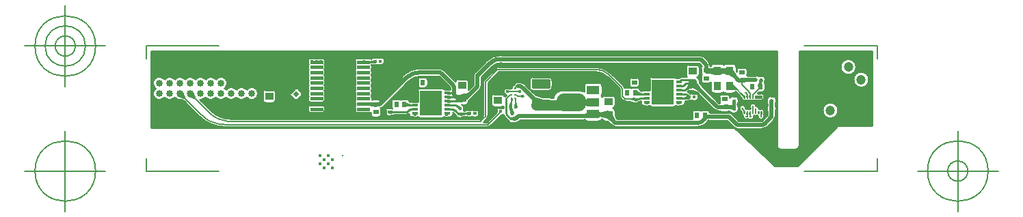
<source format=gbr>
G04 Generated by Ultiboard 14.2 *
%FSLAX46Y46*%
%MOIN*%

%ADD10C,0.000001*%
%ADD11C,0.005000*%
%ADD12C,0.010000*%
%ADD13C,0.020000*%
%ADD14C,0.015000*%
%ADD15C,0.007000*%
%ADD16C,0.050000*%
%ADD17C,0.030000*%
%ADD18C,0.015748*%
%ADD19C,0.011811*%
%ADD20C,0.033465*%
%ADD21R,0.039370X0.037402*%
%ADD22R,0.059055X0.013780*%
%ADD23C,0.003937*%
%ADD24R,0.025984X0.022835*%
%ADD25R,0.016535X0.018110*%
%ADD26R,0.022835X0.025984*%
%ADD27R,0.031496X0.011811*%
%ADD28R,0.106299X0.122047*%
%ADD29R,0.018110X0.016535*%
%ADD30R,0.074803X0.015748*%
%ADD31C,0.070866*%
%ADD32R,0.059055X0.039370*%
%ADD33R,0.003150X0.011811*%
%ADD34R,0.011811X0.011221*%
%ADD35R,0.011811X0.011220*%
%ADD36P,0.032293X4*%
%ADD37C,0.007874*%
%ADD38R,0.080709X0.037402*%
%ADD39C,0.009843*%
%ADD40R,0.037402X0.041339*%
%ADD41C,0.047244*%


G04 ColorRGB 008000 for the following layer *
%LNCopper Top*%
%LPD*%
G54D10*
G36*
X3064927Y-85000D02*
X3064927Y-85000D01*
X3064927Y378628D01*
X15073Y378628D01*
X15073Y5073D01*
X2849972Y5073D01*
G75*
D01*
G02X2855508Y4030I28J-15073*
G01*
G74*
D01*
G02X2860310Y994I5508J14030*
G01*
X2860310Y994D01*
X3055945Y-181778D01*
X3163827Y-181778D01*
X3359427Y10742D01*
G74*
D01*
G02X3366699Y14707I10573J10742*
G01*
G75*
D01*
G02X3370000Y15073I3301J-14707*
G01*
X3370000Y15073D01*
X3528235Y15073D01*
X3528235Y378628D01*
X3175073Y378628D01*
X3175073Y-85000D01*
G75*
D01*
G02X3160000Y-100073I-15073J0*
G01*
X3160000Y-100073D01*
X3080000Y-100073D01*
G75*
D01*
G02X3064927Y-85000I0J15073*
G01*
D02*
G37*
%LPC*%
G36*
X1632440Y226464D02*
G74*
D01*
G02X1632569Y228261I12560J0*
G01*
G74*
D01*
G02X1637439Y240019I20966J1797*
G01*
G74*
D01*
G02X1638618Y241382I10061J7519*
G01*
X1638618Y241382D01*
X1693618Y296382D01*
G74*
D01*
G02X1694981Y297561I8882J8882*
G01*
G74*
D01*
G02X1706739Y302431I13555J16096*
G01*
G75*
D01*
G02X1708536Y302560I1797J-12431*
G01*
X1708536Y302560D01*
X2176608Y302560D01*
G75*
D01*
G02X2177574Y302598I966J-12560*
G01*
G74*
D01*
G02X2258908Y268908I0J115024*
G01*
G74*
D01*
G02X2259564Y268199I8908J8908*
G01*
X2259564Y268199D01*
X2316525Y211239D01*
G74*
D01*
G02X2317728Y209845I8882J8882*
G01*
G74*
D01*
G02X2322100Y200741I15775J13178*
G01*
G75*
D01*
G02X2324291Y200928I2191J-12749*
G01*
X2324291Y200928D01*
X2347126Y200928D01*
G74*
D01*
G02X2355000Y198256I0J12936*
G01*
G75*
D01*
G02X2362874Y200928I7874J-10264*
G01*
X2362874Y200928D01*
X2385709Y200928D01*
G74*
D01*
G02X2398639Y188389I0J12936*
G01*
X2398639Y188389D01*
X2406462Y185251D01*
G75*
D01*
G02X2414862Y188350I8400J-9838*
G01*
X2414862Y188350D01*
X2443264Y188350D01*
X2443264Y240374D01*
G75*
D01*
G02X2456201Y253310I12937J0*
G01*
X2456201Y253310D01*
X2562500Y253310D01*
G74*
D01*
G02X2573359Y247405I0J12936*
G01*
X2573359Y247405D01*
X2585616Y247405D01*
X2587374Y249162D01*
G74*
D01*
G02X2594426Y253139I10657J10658*
G01*
G75*
D01*
G02X2598031Y253576I3605J-14635*
G01*
X2598031Y253576D01*
X2626240Y253576D01*
G75*
D01*
G02X2622379Y262795I9075J9219*
G01*
X2622379Y262795D01*
X2622379Y300197D01*
G75*
D01*
G02X2635315Y313133I12936J0*
G01*
X2635315Y313133D01*
X2674685Y313133D01*
G74*
D01*
G02X2687621Y300197I0J12936*
G01*
X2687621Y300197D01*
X2687621Y262795D01*
G75*
D01*
G02X2676590Y250000I-12936J0*
G01*
G74*
D01*
G02X2687621Y237205I1905J12795*
G01*
X2687621Y237205D01*
X2687621Y223900D01*
X2700397Y208024D01*
X2782616Y125805D01*
X2786174Y125805D01*
G75*
D01*
G02X2784072Y132874I10834J7069*
G01*
X2784072Y132874D01*
X2784072Y155709D01*
G75*
D01*
G02X2797008Y168645I12936J0*
G01*
X2797008Y168645D01*
X2822992Y168645D01*
G74*
D01*
G02X2835928Y155709I0J12936*
G01*
X2835928Y155709D01*
X2835928Y151646D01*
G75*
D01*
G02X2849980Y159039I14052J-9658*
G01*
X2849980Y159039D01*
X2861791Y159039D01*
G74*
D01*
G02X2878842Y141988I0J17051*
G01*
X2878842Y141988D01*
X2878842Y130768D01*
G75*
D01*
G02X2873470Y118345I-17051J0*
G01*
X2873470Y118345D01*
X2873470Y116419D01*
G74*
D01*
G02X2878842Y103996I11679J12423*
G01*
X2878842Y103996D01*
X2878842Y92776D01*
G75*
D01*
G02X2861791Y75725I-17051J0*
G01*
X2861791Y75725D01*
X2849980Y75725D01*
G75*
D01*
G02X2834663Y85286I0J17051*
G01*
X2834663Y85286D01*
X2832169Y85174D01*
G74*
D01*
G02X2822992Y81355I9177J9117*
G01*
X2822992Y81355D01*
X2797008Y81355D01*
G75*
D01*
G02X2787415Y85612I0J12936*
G01*
X2787415Y85612D01*
X2780481Y85612D01*
G75*
D01*
G02X2777701Y85805I0J20097*
G01*
G74*
D01*
G02X2757807Y94045I2780J34846*
G01*
G74*
D01*
G02X2755704Y95875I12108J16040*
G01*
X2755704Y95875D01*
X2673691Y177888D01*
X2654602Y186867D01*
X2648091Y186867D01*
X2636168Y183674D01*
G74*
D01*
G02X2631445Y180288I26345J31752*
G01*
G74*
D01*
G02X2636546Y176613I15784J27291*
G01*
X2636546Y176613D01*
X2642090Y173316D01*
X2646063Y173316D01*
G74*
D01*
G02X2650000Y172513I0J10048*
G01*
G75*
D01*
G02X2653937Y173316I3937J-9245*
G01*
X2653937Y173316D01*
X2672047Y173316D01*
G74*
D01*
G02X2682096Y163268I0J10048*
G01*
X2682096Y163268D01*
X2682096Y146732D01*
G75*
D01*
G02X2672047Y136684I-10049J0*
G01*
X2672047Y136684D01*
X2653937Y136684D01*
G75*
D01*
G02X2650000Y137487I0J10048*
G01*
G74*
D01*
G02X2646063Y136684I3937J9245*
G01*
X2646063Y136684D01*
X2639217Y136684D01*
G74*
D01*
G02X2631831Y134750I7386J13139*
G01*
X2631831Y134750D01*
X2616775Y134750D01*
X2616775Y124232D01*
G75*
D01*
G02X2603839Y111296I-12936J0*
G01*
X2603839Y111296D01*
X2596475Y111296D01*
G75*
D01*
G02X2573525Y111296I-11475J13704*
G01*
X2573525Y111296D01*
X2573359Y111296D01*
G74*
D01*
G02X2562500Y105390I10859J7031*
G01*
X2562500Y105390D01*
X2456201Y105390D01*
G75*
D01*
G02X2445342Y111296I0J12937*
G01*
X2445342Y111296D01*
X2443975Y111296D01*
G75*
D01*
G02X2421025Y111296I-11475J13704*
G01*
X2421025Y111296D01*
X2414862Y111296D01*
G75*
D01*
G02X2401926Y124232I0J12936*
G01*
X2401926Y124232D01*
X2401926Y133650D01*
G74*
D01*
G02X2395368Y130307I9918J11350*
G01*
G74*
D01*
G02X2392485Y129935I3360J14693*
G01*
G74*
D01*
G02X2383268Y123889I9217J4002*
G01*
X2383268Y123889D01*
X2366732Y123889D01*
G75*
D01*
G02X2358141Y128725I0J10048*
G01*
X2358141Y128725D01*
X2345055Y132440D01*
X2332071Y132440D01*
G75*
D01*
G02X2330685Y132516I0J12560*
G01*
G74*
D01*
G02X2312153Y140192I1386J29555*
G01*
G74*
D01*
G02X2311118Y141118I7847J9808*
G01*
X2311118Y141118D01*
X2306118Y146118D01*
G74*
D01*
G02X2305192Y147153I8882J8882*
G01*
G74*
D01*
G02X2297516Y165685I21879J19918*
G01*
G75*
D01*
G02X2297440Y167071I12484J1386*
G01*
X2297440Y167071D01*
X2297440Y194797D01*
X2241801Y250436D01*
G74*
D01*
G02X2241092Y251092I8199J9564*
G01*
G74*
D01*
G03X2177574Y277402I63518J63518*
G01*
G75*
D01*
G02X2176608Y277440I0J12598*
G01*
X2176608Y277440D01*
X1710203Y277440D01*
X1657560Y224797D01*
X1657560Y62946D01*
G75*
D01*
G02X1657412Y61022I-12560J0*
G01*
G74*
D01*
G02X1653054Y50500I19525J1924*
G01*
G74*
D01*
G02X1651798Y49035I10137J7417*
G01*
X1651798Y49035D01*
X1635324Y32560D01*
X1650781Y32560D01*
X1698889Y80668D01*
X1698889Y93268D01*
G75*
D01*
G02X1708937Y103316I10048J0*
G01*
X1708937Y103316D01*
X1727047Y103316D01*
G74*
D01*
G02X1729927Y102894I0J10048*
G01*
X1729927Y102894D01*
X1729927Y107977D01*
G74*
D01*
G02X1724685Y106867I5242J11826*
G01*
X1724685Y106867D01*
X1685315Y106867D01*
G75*
D01*
G02X1672379Y119803I0J12936*
G01*
X1672379Y119803D01*
X1672379Y157205D01*
G75*
D01*
G02X1685315Y170141I12936J0*
G01*
X1685315Y170141D01*
X1724685Y170141D01*
G74*
D01*
G02X1737593Y158067I0J12936*
G01*
G74*
D01*
G02X1741971Y159734I7461J13013*
G01*
X1741971Y159734D01*
X1746259Y164022D01*
G75*
D01*
G02X1761639Y195065I3741J17478*
G01*
X1761639Y195065D01*
X1762042Y195065D01*
G74*
D01*
G02X1771095Y198394I10084J13451*
G01*
G74*
D01*
G02X1783480Y213589I16779J1032*
G01*
G75*
D01*
G02X1802588Y227459I19108J-6227*
G01*
X1802588Y227459D01*
X1811575Y227459D01*
G74*
D01*
G02X1814252Y227280I0J20097*
G01*
G74*
D01*
G02X1835460Y218495I2677J36456*
G01*
G74*
D01*
G02X1837480Y216729I12191J15977*
G01*
X1837480Y216729D01*
X1862532Y191676D01*
G75*
D01*
G02X1859652Y200512I12114J8836*
G01*
X1859652Y200512D01*
X1859652Y204031D01*
G75*
D01*
G02X1859652Y205969I17848J969*
G01*
X1859652Y205969D01*
X1859652Y234031D01*
G75*
D01*
G02X1859652Y235969I17848J969*
G01*
X1859652Y235969D01*
X1859652Y237913D01*
G75*
D01*
G02X1874646Y252907I14994J0*
G01*
X1874646Y252907D01*
X1955354Y252907D01*
G74*
D01*
G02X1970348Y237913I0J14994*
G01*
X1970348Y237913D01*
X1970348Y235969D01*
G75*
D01*
G02X1970348Y234031I-17848J-969*
G01*
X1970348Y234031D01*
X1970348Y205969D01*
G75*
D01*
G02X1970348Y204031I-17848J-969*
G01*
X1970348Y204031D01*
X1970348Y200512D01*
G75*
D01*
G02X1955354Y185518I-14994J0*
G01*
X1955354Y185518D01*
X1874646Y185518D01*
G75*
D01*
G02X1865810Y188398I0J14994*
G01*
X1865810Y188398D01*
X1874691Y179517D01*
X1874691Y179517D01*
X1890292Y163916D01*
X1920260Y154482D01*
X1955354Y154482D01*
G74*
D01*
G02X1965012Y150957I0J14994*
G01*
X1965012Y150957D01*
X1974505Y150957D01*
G75*
D01*
G02X2023465Y188551I48960J-13083*
G01*
X2023465Y188551D01*
X2098268Y188551D01*
G74*
D01*
G02X2124534Y181213I0J50677*
G01*
X2124534Y181213D01*
X2124534Y208740D01*
G75*
D01*
G02X2139606Y223813I15072J0*
G01*
X2139606Y223813D01*
X2198661Y223813D01*
G74*
D01*
G02X2213734Y208740I0J15073*
G01*
X2213734Y208740D01*
X2213734Y169370D01*
G75*
D01*
G02X2210077Y159528I-15073J0*
G01*
G74*
D01*
G02X2213028Y154244I11416J9843*
G01*
G75*
D01*
G02X2225315Y163133I12287J-4047*
G01*
X2225315Y163133D01*
X2264685Y163133D01*
G74*
D01*
G02X2277621Y150197I0J12936*
G01*
X2277621Y150197D01*
X2277621Y112795D01*
G75*
D01*
G02X2266590Y100000I-12936J0*
G01*
G74*
D01*
G02X2277621Y87205I1905J12795*
G01*
X2277621Y87205D01*
X2277621Y65402D01*
X2284140Y50097D01*
X2651497Y50097D01*
G75*
D01*
G02X2651355Y52008I12794J1911*
G01*
X2651355Y52008D01*
X2651355Y77992D01*
G75*
D01*
G02X2664291Y90928I12936J0*
G01*
X2664291Y90928D01*
X2687126Y90928D01*
G74*
D01*
G02X2695000Y88256I0J12936*
G01*
G75*
D01*
G02X2702874Y90928I7874J-10264*
G01*
X2702874Y90928D01*
X2725709Y90928D01*
G74*
D01*
G02X2738473Y80097I0J12936*
G01*
X2738473Y80097D01*
X2830000Y80097D01*
G74*
D01*
G02X2844234Y74187I0J20097*
G01*
X2844234Y74187D01*
X2878324Y40097D01*
X2991676Y40097D01*
X3019254Y67675D01*
X3019254Y83324D01*
G75*
D01*
G02X3016394Y92776I14191J9452*
G01*
X3016394Y92776D01*
X3016394Y103996D01*
G74*
D01*
G02X3019254Y113448I17051J0*
G01*
X3019254Y113448D01*
X3019254Y121316D01*
G75*
D01*
G02X3016394Y130768I14191J9452*
G01*
X3016394Y130768D01*
X3016394Y141988D01*
G75*
D01*
G02X3033445Y159039I17051J0*
G01*
X3033445Y159039D01*
X3045256Y159039D01*
G74*
D01*
G02X3062306Y141988I0J17051*
G01*
X3062306Y141988D01*
X3062306Y130768D01*
G75*
D01*
G02X3059447Y121316I-17050J0*
G01*
X3059447Y121316D01*
X3059447Y113448D01*
G74*
D01*
G02X3062306Y103996I14191J9452*
G01*
X3062306Y103996D01*
X3062306Y92776D01*
G75*
D01*
G02X3059447Y83324I-17050J0*
G01*
X3059447Y83324D01*
X3059447Y63988D01*
G75*
D01*
G02X3059207Y60890I-20097J0*
G01*
G74*
D01*
G02X3052302Y44221I31052J3098*
G01*
G74*
D01*
G02X3050282Y41861I16231J11850*
G01*
X3050282Y41861D01*
X3017490Y9069D01*
G74*
D01*
G02X3015130Y7048I14211J14210*
G01*
G74*
D01*
G02X2998460Y143I19767J24148*
G01*
G74*
D01*
G02X2995363Y-97I3097J19857*
G01*
X2995363Y-97D01*
X2870024Y-97D01*
G75*
D01*
G02X2855789Y5789I-24J20097*
G01*
X2855789Y5789D01*
X2821676Y39903D01*
X2732060Y39903D01*
G74*
D01*
G02X2728478Y35057I17769J9388*
G01*
X2728478Y35057D01*
X2710641Y17220D01*
G75*
D01*
G02X2693779Y11509I-14211J14210*
G01*
G74*
D01*
G02X2685906Y9903I7873J18491*
G01*
X2685906Y9903D01*
X2275029Y9903D01*
G75*
D01*
G02X2260789Y15789I-29J20097*
G01*
X2260789Y15789D01*
X2254074Y22505D01*
X2237521Y36867D01*
X2225315Y36867D01*
G75*
D01*
G02X2212877Y46249I0J12936*
G01*
G74*
D01*
G02X2198661Y36187I14216J5011*
G01*
X2198661Y36187D01*
X2139606Y36187D01*
G75*
D01*
G02X2126741Y43407I0J15073*
G01*
X2126741Y43407D01*
X1815017Y43407D01*
X1804431Y32821D01*
G74*
D01*
G02X1790197Y26911I14234J14187*
G01*
X1790197Y26911D01*
X1780000Y26911D01*
G75*
D01*
G02X1773760Y27904I0J20097*
G01*
X1773760Y27904D01*
X1766732Y27904D01*
G75*
D01*
G02X1756734Y36950I0J10049*
G01*
X1756734Y36950D01*
X1742006Y51678D01*
G74*
D01*
G02X1740997Y52794I10658J10658*
G01*
G74*
D01*
G02X1732026Y68004I30170J28045*
G01*
G74*
D01*
G02X1727047Y66684I4979J8728*
G01*
X1727047Y66684D01*
X1720431Y66684D01*
X1667449Y13702D01*
G74*
D01*
G02X1666106Y12536I8881J8882*
G01*
G74*
D01*
G02X1654105Y7566I13776J16285*
G01*
G74*
D01*
G02X1652330Y7440I1775J12434*
G01*
X1652330Y7440D01*
X380053Y7440D01*
G74*
D01*
G02X378433Y7336I1620J12560*
G01*
G75*
D01*
G02X247278Y61662I0J185480*
G01*
G74*
D01*
G02X246207Y62880I8956J8955*
G01*
X246207Y62880D01*
X173883Y135204D01*
X160617Y140619D01*
G75*
D01*
G02X130000Y152307I-5617J31231*
G01*
G75*
D01*
G02X80000Y152307I-25000J19543*
G01*
G75*
D01*
G02X35457Y196850I-25000J19543*
G01*
G75*
D01*
G02X80000Y241394I19543J25000*
G01*
G75*
D01*
G02X130000Y241394I25000J-19544*
G01*
G75*
D01*
G02X180000Y241394I25000J-19544*
G01*
G75*
D01*
G02X230000Y241394I25000J-19544*
G01*
G75*
D01*
G02X280000Y241394I25000J-19544*
G01*
G75*
D01*
G02X330000Y241394I25000J-19544*
G01*
G75*
D01*
G02X374543Y196850I25000J-19544*
G01*
G74*
D01*
G02X380000Y191394I19543J25000*
G01*
G75*
D01*
G02X430000Y191394I25000J-19544*
G01*
G75*
D01*
G02X480000Y191394I25000J-19544*
G01*
G75*
D01*
G02X480000Y152307I25000J-19544*
G01*
G75*
D01*
G02X430000Y152307I-25000J19543*
G01*
G75*
D01*
G02X380000Y152307I-25000J19543*
G01*
G75*
D01*
G02X330000Y152307I-25000J19543*
G01*
G75*
D01*
G02X280000Y152307I-25000J19543*
G01*
G75*
D01*
G02X254491Y140122I-25000J19543*
G01*
X254491Y140122D01*
X304063Y90550D01*
G74*
D01*
G02X305177Y89560I7829J9933*
G01*
G75*
D01*
G03X406362Y47648I101185J101185*
G01*
G74*
D01*
G02X407850Y47560I0J12648*
G01*
X407850Y47560D01*
X1614797Y47560D01*
X1632440Y65203D01*
X1632440Y226464D01*
D02*
G37*
G36*
X2686058Y360097D02*
G74*
D01*
G02X2688741Y359917I0J20097*
G01*
G74*
D01*
G02X2709880Y351161I2683J36372*
G01*
G74*
D01*
G02X2711904Y349391I12186J15981*
G01*
X2711904Y349391D01*
X2730109Y331186D01*
G74*
D01*
G02X2731760Y329316I14210J14211*
G01*
G74*
D01*
G02X2741733Y305245I30087J26567*
G01*
G74*
D01*
G02X2741758Y305222I8741J9536*
G01*
X2741758Y305222D01*
X2743057Y305422D01*
G75*
D01*
G02X2757756Y317159I14699J-3335*
G01*
X2757756Y317159D01*
X2795157Y317159D01*
G74*
D01*
G02X2805000Y313502I0J15072*
G01*
G75*
D01*
G02X2814843Y317159I9843J-11415*
G01*
X2814843Y317159D01*
X2852244Y317159D01*
G74*
D01*
G02X2867317Y302087I0J15072*
G01*
X2867317Y302087D01*
X2867317Y281716D01*
X2869072Y278909D01*
X2869072Y285709D01*
G75*
D01*
G02X2882008Y298645I12936J0*
G01*
X2882008Y298645D01*
X2907992Y298645D01*
G74*
D01*
G02X2920928Y285709I0J12936*
G01*
X2920928Y285709D01*
X2920928Y262874D01*
G75*
D01*
G02X2920627Y260097I-12936J0*
G01*
X2920627Y260097D01*
X2926116Y260097D01*
G75*
D01*
G02X2926129Y260097I7J-20097*
G01*
X2926129Y260097D01*
X2962008Y260097D01*
G74*
D01*
G02X2970278Y258316I0J20097*
G01*
X2970278Y258316D01*
X2971063Y258316D01*
G74*
D01*
G02X2975000Y257513I0J10048*
G01*
G75*
D01*
G02X2978937Y258316I3937J-9245*
G01*
X2978937Y258316D01*
X2997047Y258316D01*
G74*
D01*
G02X3007096Y248268I0J10048*
G01*
X3007096Y248268D01*
X3007096Y231732D01*
G75*
D01*
G02X3005554Y226384I-10049J0*
G01*
G74*
D01*
G02X3008645Y217992I9845J8392*
G01*
X3008645Y217992D01*
X3008645Y192008D01*
G75*
D01*
G02X2995709Y179072I-12936J0*
G01*
X2995709Y179072D01*
X2978299Y179072D01*
X2971991Y172763D01*
G74*
D01*
G02X2972645Y172677I1991J17763*
G01*
G75*
D01*
G02X2973602Y172715I957J-11988*
G01*
X2973602Y172715D01*
X2976752Y172715D01*
G74*
D01*
G02X2979018Y172500I0J12026*
G01*
X2979018Y172500D01*
X2983863Y172500D01*
G75*
D01*
G02X2989876Y172715I3637J-17500*
G01*
X2989876Y172715D01*
X2990531Y172715D01*
G74*
D01*
G02X3000815Y166924I0J12026*
G01*
G75*
D01*
G02X3001438Y143810I-13315J-11924*
G01*
G74*
D01*
G02X2990531Y136852I10907J5068*
G01*
X2990531Y136852D01*
X2987382Y136852D01*
G75*
D01*
G02X2983486Y137500I0J12026*
G01*
X2983486Y137500D01*
X2980648Y137500D01*
G74*
D01*
G02X2976752Y136852I3896J11378*
G01*
X2976752Y136852D01*
X2973602Y136852D01*
G75*
D01*
G02X2970937Y137151I0J12026*
G01*
G75*
D01*
G02X2966679Y137437I-937J17849*
G01*
G74*
D01*
G02X2962972Y136852I3707J11441*
G01*
X2962972Y136852D01*
X2959823Y136852D01*
G75*
D01*
G02X2954508Y138090I0J12026*
G01*
G74*
D01*
G02X2949193Y136852I5315J10788*
G01*
X2949193Y136852D01*
X2946043Y136852D01*
G75*
D01*
G02X2940728Y138090I0J12026*
G01*
G74*
D01*
G02X2935413Y136852I5315J10788*
G01*
X2935413Y136852D01*
X2932264Y136852D01*
G75*
D01*
G02X2926949Y138090I0J12026*
G01*
G74*
D01*
G02X2921634Y136852I5315J10788*
G01*
X2921634Y136852D01*
X2918484Y136852D01*
G75*
D01*
G02X2913169Y138090I0J12026*
G01*
G74*
D01*
G02X2907854Y136852I5315J10788*
G01*
X2907854Y136852D01*
X2904705Y136852D01*
G75*
D01*
G02X2892678Y148878I0J12026*
G01*
X2892678Y148878D01*
X2892678Y149744D01*
X2880951Y163411D01*
X2864795Y179568D01*
G74*
D01*
G02X2852244Y172841I12551J8345*
G01*
X2852244Y172841D01*
X2814843Y172841D01*
G75*
D01*
G02X2805000Y176498I0J15072*
G01*
G74*
D01*
G02X2795157Y172841I9843J11415*
G01*
X2795157Y172841D01*
X2757756Y172841D01*
G75*
D01*
G02X2742683Y187913I0J15072*
G01*
X2742683Y187913D01*
X2742683Y225722D01*
G74*
D01*
G02X2732992Y221355I9691J8569*
G01*
X2732992Y221355D01*
X2707008Y221355D01*
G75*
D01*
G02X2694072Y234291I0J12936*
G01*
X2694072Y234291D01*
X2694072Y257126D01*
G74*
D01*
G02X2696744Y265000I12936J0*
G01*
G75*
D01*
G02X2694072Y272874I10264J7874*
G01*
X2694072Y272874D01*
X2694072Y295709D01*
G74*
D01*
G02X2698770Y305683I12936J0*
G01*
X2698770Y305683D01*
X2684550Y319903D01*
X1722712Y319903D01*
G75*
D01*
G02X1722151Y319911I0J20097*
G01*
G74*
D01*
G03X1672934Y299524I561J70957*
G01*
G74*
D01*
G02X1672544Y299123I14601J13809*
G01*
X1672544Y299123D01*
X1625097Y251676D01*
X1625097Y209583D01*
G75*
D01*
G02X1624854Y206472I-20097J0*
G01*
G74*
D01*
G02X1617998Y189920I30919J3111*
G01*
G74*
D01*
G02X1615970Y187549I16239J11839*
G01*
X1615970Y187549D01*
X1579229Y150808D01*
G74*
D01*
G02X1579205Y150783I14223J14198*
G01*
X1579205Y150783D01*
X1562738Y134317D01*
G74*
D01*
G02X1562621Y134201I14234J14187*
G01*
X1562621Y134201D01*
X1562621Y129803D01*
G75*
D01*
G02X1549685Y116867I-12936J0*
G01*
X1549685Y116867D01*
X1530399Y116867D01*
G74*
D01*
G02X1538316Y107047I2131J9820*
G01*
X1538316Y107047D01*
X1538316Y90169D01*
X1538668Y90166D01*
X1552631Y91791D01*
G75*
D01*
G02X1557953Y93316I5322J-8523*
G01*
X1557953Y93316D01*
X1566365Y93316D01*
G75*
D01*
G02X1566895Y93316I265J-15070*
G01*
X1566895Y93316D01*
X1576063Y93316D01*
G74*
D01*
G02X1580000Y92513I0J10048*
G01*
G75*
D01*
G02X1583937Y93316I3937J-9245*
G01*
X1583937Y93316D01*
X1602047Y93316D01*
G74*
D01*
G02X1612096Y83268I0J10048*
G01*
X1612096Y83268D01*
X1612096Y80217D01*
G75*
D01*
G02X1612096Y69783I-17096J-5217*
G01*
X1612096Y69783D01*
X1612096Y66732D01*
G75*
D01*
G02X1602047Y56684I-10049J0*
G01*
X1602047Y56684D01*
X1583937Y56684D01*
G75*
D01*
G02X1580000Y57487I0J10048*
G01*
G74*
D01*
G02X1576063Y56684I3937J9245*
G01*
X1576063Y56684D01*
X1566895Y56684D01*
G75*
D01*
G02X1566486Y56682I-265J15070*
G01*
G74*
D01*
G02X1566365Y56684I144J15072*
G01*
X1566365Y56684D01*
X1557953Y56684D01*
G75*
D01*
G02X1552631Y58209I0J10048*
G01*
X1552631Y58209D01*
X1545731Y59012D01*
X1536272Y56878D01*
G74*
D01*
G02X1528268Y52904I8004J6075*
G01*
X1528268Y52904D01*
X1511732Y52904D01*
G75*
D01*
G02X1501734Y61950I0J10049*
G01*
X1501734Y61950D01*
X1487082Y76602D01*
G74*
D01*
G02X1486775Y76918I10658J10658*
G01*
X1486775Y76918D01*
X1486775Y69232D01*
G75*
D01*
G02X1473839Y56296I-12936J0*
G01*
X1473839Y56296D01*
X1466475Y56296D01*
G75*
D01*
G02X1443525Y56296I-11475J13704*
G01*
X1443525Y56296D01*
X1443359Y56296D01*
G74*
D01*
G02X1432500Y50390I10859J7031*
G01*
X1432500Y50390D01*
X1326201Y50390D01*
G75*
D01*
G02X1315342Y56296I0J12937*
G01*
X1315342Y56296D01*
X1313975Y56296D01*
G75*
D01*
G02X1291025Y56296I-11475J13704*
G01*
X1291025Y56296D01*
X1284862Y56296D01*
G75*
D01*
G02X1271926Y69232I0J12936*
G01*
X1271926Y69232D01*
X1271926Y70871D01*
G74*
D01*
G02X1261371Y68046I12503J25585*
G01*
G74*
D01*
G02X1259423Y67920I1948J14946*
G01*
X1259423Y67920D01*
X1204388Y67920D01*
X1190306Y65781D01*
G74*
D01*
G02X1183268Y62904I7038J7172*
G01*
X1183268Y62904D01*
X1166732Y62904D01*
G75*
D01*
G02X1156684Y72953I0J10049*
G01*
X1156684Y72953D01*
X1156684Y91063D01*
G75*
D01*
G02X1166732Y101111I10048J0*
G01*
X1166732Y101111D01*
X1183268Y101111D01*
G74*
D01*
G02X1188784Y99462I0J10048*
G01*
G75*
D01*
G02X1186355Y107008I10507J7546*
G01*
X1186355Y107008D01*
X1186355Y132992D01*
G75*
D01*
G02X1199291Y145928I12936J0*
G01*
X1199291Y145928D01*
X1222126Y145928D01*
G74*
D01*
G02X1230000Y143256I0J12936*
G01*
G75*
D01*
G02X1237874Y145928I7874J-10264*
G01*
X1237874Y145928D01*
X1260709Y145928D01*
G74*
D01*
G02X1273639Y133389I0J12936*
G01*
X1273639Y133389D01*
X1278257Y131537D01*
G75*
D01*
G02X1284862Y133350I6605J-11124*
G01*
X1284862Y133350D01*
X1313264Y133350D01*
X1313264Y185374D01*
G75*
D01*
G02X1326201Y198310I12937J0*
G01*
X1326201Y198310D01*
X1432500Y198310D01*
G74*
D01*
G02X1443359Y192405I0J12936*
G01*
X1443359Y192405D01*
X1469903Y192405D01*
X1469903Y201676D01*
X1416676Y254903D01*
X1332317Y254903D01*
G74*
D01*
G02X1331667Y254893I650J20097*
G01*
G75*
D01*
G03X1266220Y227784I0J-92556*
G01*
G74*
D01*
G02X1265752Y227331I14218J14218*
G01*
X1265752Y227331D01*
X1143525Y105104D01*
G74*
D01*
G02X1133519Y99644I14234J14187*
G01*
G74*
D01*
G02X1135928Y92126I10527J7518*
G01*
X1135928Y92126D01*
X1135928Y69291D01*
G75*
D01*
G02X1122992Y56355I-12936J0*
G01*
X1122992Y56355D01*
X1097008Y56355D01*
G75*
D01*
G02X1084072Y69291I0J12936*
G01*
X1084072Y69291D01*
X1084072Y78452D01*
G74*
D01*
G02X1078701Y77186I5371J10761*
G01*
X1078701Y77186D01*
X1019646Y77186D01*
G75*
D01*
G02X1007619Y89213I0J12027*
G01*
X1007619Y89213D01*
X1007619Y102992D01*
G74*
D01*
G02X1009169Y108898I12027J0*
G01*
G75*
D01*
G02X1007619Y114803I10477J5905*
G01*
X1007619Y114803D01*
X1007619Y128583D01*
G74*
D01*
G02X1009169Y134488I12027J0*
G01*
G75*
D01*
G02X1007619Y140394I10477J5906*
G01*
X1007619Y140394D01*
X1007619Y154173D01*
G74*
D01*
G02X1009169Y160079I12027J0*
G01*
G75*
D01*
G02X1007619Y165984I10477J5905*
G01*
X1007619Y165984D01*
X1007619Y179764D01*
G74*
D01*
G02X1009169Y185669I12027J0*
G01*
G75*
D01*
G02X1007619Y191575I10477J5906*
G01*
X1007619Y191575D01*
X1007619Y205354D01*
G74*
D01*
G02X1009169Y211260I12027J0*
G01*
G75*
D01*
G02X1007619Y217165I10477J5905*
G01*
X1007619Y217165D01*
X1007619Y230945D01*
G74*
D01*
G02X1009169Y236850I12027J0*
G01*
G75*
D01*
G02X1007619Y242756I10477J5906*
G01*
X1007619Y242756D01*
X1007619Y256535D01*
G74*
D01*
G02X1009169Y262441I12027J0*
G01*
G75*
D01*
G02X1007619Y268346I10477J5905*
G01*
X1007619Y268346D01*
X1007619Y282126D01*
G74*
D01*
G02X1009169Y288031I12027J0*
G01*
G75*
D01*
G02X1007619Y293937I10477J5906*
G01*
X1007619Y293937D01*
X1007619Y307717D01*
G74*
D01*
G02X1009169Y313622I12027J0*
G01*
G75*
D01*
G02X1007619Y319528I10477J5906*
G01*
X1007619Y319528D01*
X1007619Y333307D01*
G75*
D01*
G02X1019646Y345333I12027J0*
G01*
X1019646Y345333D01*
X1078701Y345333D01*
G74*
D01*
G02X1085127Y343472I0J12026*
G01*
X1085127Y343472D01*
X1090273Y344748D01*
G75*
D01*
G02X1097953Y348316I7680J-6480*
G01*
X1097953Y348316D01*
X1116063Y348316D01*
G74*
D01*
G02X1120000Y347513I0J10048*
G01*
G75*
D01*
G02X1123937Y348316I3937J-9245*
G01*
X1123937Y348316D01*
X1142047Y348316D01*
G74*
D01*
G02X1152096Y338268I0J10048*
G01*
X1152096Y338268D01*
X1152096Y321732D01*
G75*
D01*
G02X1142047Y311684I-10049J0*
G01*
X1142047Y311684D01*
X1123937Y311684D01*
G75*
D01*
G02X1120000Y312487I0J10048*
G01*
G74*
D01*
G02X1116063Y311684I3937J9245*
G01*
X1116063Y311684D01*
X1107895Y311684D01*
G74*
D01*
G02X1107214Y311661I851J15048*
G01*
X1107214Y311661D01*
X1106455Y311652D01*
G74*
D01*
G02X1103425Y311345I3030J14765*
G01*
X1103425Y311345D01*
X1090167Y311345D01*
G74*
D01*
G02X1090727Y307717I11466J3628*
G01*
X1090727Y307717D01*
X1090727Y293937D01*
G75*
D01*
G02X1089177Y288031I-12026J0*
G01*
G74*
D01*
G02X1090727Y282126I10476J5905*
G01*
X1090727Y282126D01*
X1090727Y268346D01*
G75*
D01*
G02X1089177Y262441I-12026J0*
G01*
G74*
D01*
G02X1090727Y256535I10476J5906*
G01*
X1090727Y256535D01*
X1090727Y242756D01*
G75*
D01*
G02X1089177Y236850I-12026J0*
G01*
G74*
D01*
G02X1090727Y230945I10476J5905*
G01*
X1090727Y230945D01*
X1090727Y217165D01*
G75*
D01*
G02X1089177Y211260I-12026J0*
G01*
G74*
D01*
G02X1090727Y205354I10476J5906*
G01*
X1090727Y205354D01*
X1090727Y191575D01*
G75*
D01*
G02X1089177Y185669I-12026J0*
G01*
G74*
D01*
G02X1090727Y179764I10476J5905*
G01*
X1090727Y179764D01*
X1090727Y165984D01*
G75*
D01*
G02X1089177Y160079I-12026J0*
G01*
G74*
D01*
G02X1090727Y154173I10476J5906*
G01*
X1090727Y154173D01*
X1090727Y142018D01*
G75*
D01*
G02X1097008Y143645I6281J-11309*
G01*
X1097008Y143645D01*
X1122992Y143645D01*
G74*
D01*
G02X1125058Y143479I0J12936*
G01*
X1125058Y143479D01*
X1237332Y255753D01*
G74*
D01*
G02X1237784Y256220I14670J13751*
G01*
G75*
D01*
G02X1331667Y295107I93883J-93883*
G01*
G74*
D01*
G02X1332317Y295097I0J20107*
G01*
X1332317Y295097D01*
X1417340Y295097D01*
G74*
D01*
G02X1419909Y294932I0J20097*
G01*
G74*
D01*
G02X1442695Y285493I2569J38426*
G01*
G74*
D01*
G02X1444627Y283794I12278J15910*
G01*
X1444627Y283794D01*
X1497405Y231016D01*
G75*
D01*
G02X1510315Y243133I12910J-819*
G01*
X1510315Y243133D01*
X1549685Y243133D01*
G74*
D01*
G02X1562621Y230197I0J12936*
G01*
X1562621Y230197D01*
X1562621Y192795D01*
G75*
D01*
G02X1562482Y190903I-12936J0*
G01*
X1562482Y190903D01*
X1584903Y213324D01*
X1584903Y255417D01*
G74*
D01*
G02X1585146Y258528I20097J0*
G01*
G74*
D01*
G02X1592001Y275079I30919J3111*
G01*
G74*
D01*
G02X1594030Y277451I16240J11838*
G01*
X1594030Y277451D01*
X1644123Y327544D01*
G74*
D01*
G02X1644629Y328032I14210J14211*
G01*
G74*
D01*
G02X1722011Y360084I78083J79078*
G01*
G75*
D01*
G02X1722712Y360097I701J-20084*
G01*
X1722712Y360097D01*
X2686058Y360097D01*
D02*
G37*
G36*
X2344072Y237126D02*
G75*
D01*
G02X2357008Y250062I12936J0*
G01*
X2357008Y250062D01*
X2382992Y250062D01*
G74*
D01*
G02X2395928Y237126I0J12936*
G01*
X2395928Y237126D01*
X2395928Y214291D01*
G75*
D01*
G02X2382992Y201355I-12936J0*
G01*
X2382992Y201355D01*
X2357008Y201355D01*
G75*
D01*
G02X2344072Y214291I0J12936*
G01*
X2344072Y214291D01*
X2344072Y237126D01*
D02*
G37*
G36*
X1327874Y199072D02*
G75*
D01*
G02X1314938Y212008I0J12936*
G01*
X1314938Y212008D01*
X1314938Y237992D01*
G75*
D01*
G02X1327874Y250928I12936J0*
G01*
X1327874Y250928D01*
X1350709Y250928D01*
G74*
D01*
G02X1363645Y237992I0J12936*
G01*
X1363645Y237992D01*
X1363645Y212008D01*
G75*
D01*
G02X1350709Y199072I-12936J0*
G01*
X1350709Y199072D01*
X1327874Y199072D01*
D02*
G37*
G36*
X798703Y345333D02*
X798703Y345333D01*
X818797Y345333D01*
G75*
D01*
G02X821203Y345333I1203J-17833*
G01*
X821203Y345333D01*
X841297Y345333D01*
G75*
D01*
G02X843703Y345333I1203J-17833*
G01*
X843703Y345333D01*
X850354Y345333D01*
G74*
D01*
G02X862381Y333307I0J12026*
G01*
X862381Y333307D01*
X862381Y319528D01*
G75*
D01*
G02X860831Y313622I-12027J0*
G01*
G74*
D01*
G02X862381Y307717I10477J5905*
G01*
X862381Y307717D01*
X862381Y293937D01*
G75*
D01*
G02X860831Y288031I-12027J0*
G01*
G74*
D01*
G02X862381Y282126I10477J5905*
G01*
X862381Y282126D01*
X862381Y268346D01*
G75*
D01*
G02X860831Y262441I-12027J0*
G01*
G74*
D01*
G02X862381Y256535I10477J5906*
G01*
X862381Y256535D01*
X862381Y242756D01*
G75*
D01*
G02X860831Y236850I-12027J0*
G01*
G74*
D01*
G02X862381Y230945I10477J5905*
G01*
X862381Y230945D01*
X862381Y217165D01*
G75*
D01*
G02X860831Y211260I-12027J0*
G01*
G74*
D01*
G02X862381Y205354I10477J5906*
G01*
X862381Y205354D01*
X862381Y191575D01*
G75*
D01*
G02X860831Y185669I-12027J0*
G01*
G74*
D01*
G02X862381Y179764I10477J5905*
G01*
X862381Y179764D01*
X862381Y165984D01*
G75*
D01*
G02X860831Y160079I-12027J0*
G01*
G74*
D01*
G02X862381Y154173I10477J5906*
G01*
X862381Y154173D01*
X862381Y140394D01*
G75*
D01*
G02X850354Y128367I-12027J0*
G01*
X850354Y128367D01*
X791299Y128367D01*
G75*
D01*
G02X779273Y140394I0J12027*
G01*
X779273Y140394D01*
X779273Y154173D01*
G74*
D01*
G02X780823Y160079I12026J0*
G01*
G75*
D01*
G02X779273Y165984I10476J5905*
G01*
X779273Y165984D01*
X779273Y179764D01*
G74*
D01*
G02X780823Y185669I12026J0*
G01*
G75*
D01*
G02X779273Y191575I10476J5906*
G01*
X779273Y191575D01*
X779273Y205354D01*
G74*
D01*
G02X780823Y211260I12026J0*
G01*
G75*
D01*
G02X779273Y217165I10476J5905*
G01*
X779273Y217165D01*
X779273Y230945D01*
G74*
D01*
G02X780823Y236850I12026J0*
G01*
G75*
D01*
G02X779273Y242756I10476J5906*
G01*
X779273Y242756D01*
X779273Y256535D01*
G74*
D01*
G02X780823Y262441I12026J0*
G01*
G75*
D01*
G02X779273Y268346I10476J5905*
G01*
X779273Y268346D01*
X779273Y282126D01*
G74*
D01*
G02X780823Y288031I12026J0*
G01*
G75*
D01*
G02X779273Y293937I10476J5906*
G01*
X779273Y293937D01*
X779273Y307717D01*
G74*
D01*
G02X780823Y313622I12026J0*
G01*
G75*
D01*
G02X779273Y319528I10476J5906*
G01*
X779273Y319528D01*
X779273Y333307D01*
G75*
D01*
G02X791299Y345333I12026J0*
G01*
X791299Y345333D01*
X796297Y345333D01*
G75*
D01*
G02X798703Y345333I1203J-17833*
G01*
D02*
G37*
G36*
X747766Y178902D02*
G75*
D01*
G02X747766Y160607I-9147J-9147*
G01*
X747766Y160607D01*
X729393Y142234D01*
G75*
D01*
G02X711098Y142234I-9148J9147*
G01*
X711098Y142234D01*
X694952Y158380D01*
G75*
D01*
G02X694952Y176675I9147J9147*
G01*
X694952Y176675D01*
X713325Y195048D01*
G75*
D01*
G02X731620Y195048I9148J-9147*
G01*
X731620Y195048D01*
X747766Y178902D01*
D02*
G37*
G36*
X622621Y139803D02*
G75*
D01*
G02X609685Y126867I-12936J0*
G01*
X609685Y126867D01*
X570315Y126867D01*
G75*
D01*
G02X557379Y139803I0J12936*
G01*
X557379Y139803D01*
X557379Y177205D01*
G75*
D01*
G02X570315Y190141I12936J0*
G01*
X570315Y190141D01*
X609685Y190141D01*
G74*
D01*
G02X622621Y177205I0J12936*
G01*
X622621Y177205D01*
X622621Y139803D01*
D02*
G37*
G36*
X779273Y102992D02*
G75*
D01*
G02X791299Y115019I12026J0*
G01*
X791299Y115019D01*
X850354Y115019D01*
G74*
D01*
G02X862381Y102992I0J12027*
G01*
X862381Y102992D01*
X862381Y89213D01*
G75*
D01*
G02X850354Y77186I-12027J0*
G01*
X850354Y77186D01*
X791299Y77186D01*
G75*
D01*
G02X779273Y89213I0J12027*
G01*
X779273Y89213D01*
X779273Y102992D01*
D02*
G37*
G36*
X3375372Y301210D02*
G75*
D01*
G02X3375372Y301210I38622J0*
G01*
D02*
G37*
G36*
X3437588Y238994D02*
G75*
D01*
G02X3437588Y238994I38622J0*
G01*
D02*
G37*
G36*
X3287384Y88790D02*
G75*
D01*
G02X3287384Y88790I38622J0*
G01*
D02*
G37*
G36*
X2952587Y62537D02*
G75*
D01*
G02X2925016Y47644I-15087J-5037*
G01*
G75*
D01*
G02X2899433Y63265I-10016J12356*
G01*
G75*
D01*
G02X2892678Y74075I5272J10810*
G01*
X2892678Y74075D01*
X2892678Y84558D01*
X2892251Y84985D01*
G75*
D01*
G02X2913393Y99370I5249J15015*
G01*
X2913393Y99370D01*
X2915142Y97621D01*
G74*
D01*
G02X2915283Y97478I8862J8901*
G01*
G75*
D01*
G02X2918484Y97912I3201J-11592*
G01*
X2918484Y97912D01*
X2921634Y97912D01*
G74*
D01*
G02X2926949Y96674I0J12026*
G01*
G75*
D01*
G02X2932264Y97912I5315J-10788*
G01*
X2932264Y97912D01*
X2934796Y97912D01*
X2934902Y100291D01*
G75*
D01*
G02X2963381Y110881I12598J9709*
G01*
G74*
D01*
G02X2978152Y97830I881J15881*
G01*
G74*
D01*
G02X2982067Y96674I1400J11944*
G01*
G75*
D01*
G02X2987382Y97912I5315J-10788*
G01*
X2987382Y97912D01*
X2990532Y97912D01*
G74*
D01*
G02X3002558Y85886I0J12026*
G01*
X3002558Y85886D01*
X3002558Y80076D01*
G75*
D01*
G02X3002558Y79768I-12560J-154*
G01*
X3002558Y79768D01*
X3002558Y74075D01*
G75*
D01*
G02X3002055Y70635I-12026J0*
G01*
X3002055Y70635D01*
X3001843Y66874D01*
G75*
D01*
G02X2971746Y62192I-14343J-6874*
G01*
G74*
D01*
G02X2968287Y63287I1856J11883*
G01*
G74*
D01*
G02X2962972Y62048I5315J10788*
G01*
X2962972Y62048D01*
X2959823Y62048D01*
G75*
D01*
G02X2954508Y63287I0J12027*
G01*
G74*
D01*
G02X2952587Y62537I5315J10788*
G01*
D02*
G37*
%LPD*%
G36*
X2960000Y155000D02*
G75*
D01*
G03X2965000Y150000I5000J0*
G01*
X2965000Y150000D01*
X2985000Y150000D01*
G75*
D01*
G03X2990000Y155000I0J5000*
G01*
G74*
D01*
G03X2985000Y160000I5000J0*
G01*
X2985000Y160000D01*
X2965000Y160000D01*
G75*
D01*
G03X2960000Y155000I0J-5000*
G01*
D02*
G37*
G54D11*
X2960000Y155000D02*
G75*
D01*
G03X2965000Y150000I5000J0*
G01*
X2985000Y150000D01*
G75*
D01*
G03X2990000Y155000I0J5000*
G01*
G74*
D01*
G03X2985000Y160000I5000J0*
G01*
X2965000Y160000D01*
G75*
D01*
G03X2960000Y155000I0J-5000*
G01*
X296234Y80617D02*
X306251Y71437D01*
X317030Y63166D01*
X328490Y55866D01*
X340541Y49592D01*
X353094Y44393D01*
X366052Y40307D01*
X379317Y37366D01*
X392788Y35593D01*
X406362Y35000D01*
G36*
X180974Y145877D02*
X180974Y145877D01*
X149622Y158673D01*
X168177Y177229D01*
X180974Y145877D01*
D02*
G37*
X149622Y158673D01*
X168177Y177229D01*
X180974Y145877D01*
G36*
X230974Y145877D02*
X230974Y145877D01*
X199622Y158673D01*
X218177Y177229D01*
X230974Y145877D01*
D02*
G37*
X199622Y158673D01*
X218177Y177229D01*
X230974Y145877D01*
G36*
X1772126Y77199D02*
X1772126Y77199D01*
X1761668Y102820D01*
X1772774Y104865D01*
X1772126Y77199D01*
D02*
G37*
X1761668Y102820D01*
X1772774Y104865D01*
X1772126Y77199D01*
G36*
X1772126Y101113D02*
X1772126Y101113D01*
X1780497Y74737D01*
X1769263Y73589D01*
X1772126Y101113D01*
D02*
G37*
X1780497Y74737D01*
X1769263Y73589D01*
X1772126Y101113D01*
G36*
X2906280Y88524D02*
X2906280Y88524D01*
X2907315Y80108D01*
X2905244Y80108D01*
X2906280Y88524D01*
D02*
G37*
X2907315Y80108D01*
X2905244Y80108D01*
X2906280Y88524D01*
G36*
X2961398Y93524D02*
X2961398Y93524D01*
X2962438Y80061D01*
X2960357Y80061D01*
X2961398Y93524D01*
D02*
G37*
X2962438Y80061D01*
X2960357Y80061D01*
X2961398Y93524D01*
G36*
X2947618Y103524D02*
X2947618Y103524D01*
X2948660Y80027D01*
X2946576Y80027D01*
X2947618Y103524D01*
D02*
G37*
X2948660Y80027D01*
X2946576Y80027D01*
X2947618Y103524D01*
G36*
X2933839Y58937D02*
X2933839Y58937D01*
X2932797Y79929D01*
X2934881Y79929D01*
X2933839Y58937D01*
D02*
G37*
X2932797Y79929D01*
X2934881Y79929D01*
X2933839Y58937D01*
G36*
X2920059Y61437D02*
X2920059Y61437D01*
X2919017Y79922D01*
X2921101Y79922D01*
X2920059Y61437D01*
D02*
G37*
X2919017Y79922D01*
X2921101Y79922D01*
X2920059Y61437D01*
G36*
X2988957Y61437D02*
X2988957Y61437D01*
X2987915Y79922D01*
X2989998Y79922D01*
X2988957Y61437D01*
D02*
G37*
X2987915Y79922D01*
X2989998Y79922D01*
X2988957Y61437D01*
G36*
X1772126Y126181D02*
X1772126Y126181D01*
X1770692Y150032D01*
X1773560Y150032D01*
X1772126Y126181D01*
D02*
G37*
X1770692Y150032D01*
X1773560Y150032D01*
X1772126Y126181D01*
G36*
X1792992Y133268D02*
X1792992Y133268D01*
X1798639Y106177D01*
X1787346Y106177D01*
X1792992Y133268D01*
D02*
G37*
X1798639Y106177D01*
X1787346Y106177D01*
X1792992Y133268D01*
G36*
X1772126Y132801D02*
X1772126Y132801D01*
X1772774Y105135D01*
X1761668Y107180D01*
X1772126Y132801D01*
D02*
G37*
X1772774Y105135D01*
X1761668Y107180D01*
X1772126Y132801D01*
G36*
X2346804Y145000D02*
X2346804Y145000D01*
X2374227Y148708D01*
X2373425Y137444D01*
X2346804Y145000D01*
D02*
G37*
X2374227Y148708D01*
X2373425Y137444D01*
X2346804Y145000D01*
G36*
X2890172Y171954D02*
X2890172Y171954D01*
X2907008Y155530D01*
X2905488Y154104D01*
X2890172Y171954D01*
D02*
G37*
X2907008Y155530D01*
X2905488Y154104D01*
X2890172Y171954D01*
G36*
X2947618Y161327D02*
X2947618Y161327D01*
X2948648Y154950D01*
X2946588Y154950D01*
X2947618Y161327D01*
D02*
G37*
X2948648Y154950D01*
X2946588Y154950D01*
X2947618Y161327D01*
G36*
X2933839Y168327D02*
X2933839Y168327D01*
X2934879Y154864D01*
X2932798Y154864D01*
X2933839Y168327D01*
D02*
G37*
X2934879Y154864D01*
X2932798Y154864D01*
X2933839Y168327D01*
G36*
X2920059Y165827D02*
X2920059Y165827D01*
X2921098Y154882D01*
X2919020Y154882D01*
X2920059Y165827D01*
D02*
G37*
X2921098Y154882D01*
X2919020Y154882D01*
X2920059Y165827D01*
G36*
X1794193Y203682D02*
X1794193Y203682D01*
X1789040Y196523D01*
X1787034Y198529D01*
X1794193Y203682D01*
D02*
G37*
X1789040Y196523D01*
X1787034Y198529D01*
X1794193Y203682D01*
G36*
X2869016Y193110D02*
X2869016Y193110D01*
X2833877Y192385D01*
X2845642Y219357D01*
X2869016Y193110D01*
D02*
G37*
X2833877Y192385D01*
X2845642Y219357D01*
X2869016Y193110D01*
G36*
X2984291Y211976D02*
X2984291Y211976D01*
X2982240Y239573D01*
X2993436Y238094D01*
X2984291Y211976D01*
D02*
G37*
X2982240Y239573D01*
X2993436Y238094D01*
X2984291Y211976D01*
G36*
X2984291Y233917D02*
X2984291Y233917D01*
X2992774Y207750D01*
X2975809Y207750D01*
X2984291Y233917D01*
D02*
G37*
X2992774Y207750D01*
X2975809Y207750D01*
X2984291Y233917D01*
X1642917Y57917D02*
X1643336Y58374D01*
X1643714Y58866D01*
X1644047Y59390D01*
X1644334Y59940D01*
X1644571Y60514D01*
X1644758Y61105D01*
X1644892Y61711D01*
X1644973Y62326D01*
X1645000Y62946D01*
X1645000Y62946D01*
X1617054Y35000D02*
X1617674Y35027D01*
X1618289Y35108D01*
X1618895Y35242D01*
X1619486Y35429D01*
X1620060Y35666D01*
X1620610Y35953D01*
X1621134Y36286D01*
X1621626Y36664D01*
X1622083Y37083D01*
X1652330Y20000D02*
X1653099Y20034D01*
X1653862Y20134D01*
X1654613Y20301D01*
X1655347Y20532D01*
X1656058Y20826D01*
X1656741Y21182D01*
X1657390Y21595D01*
X1658000Y22064D01*
X1658568Y22584D01*
X1796785Y161955D02*
X1797214Y161562D01*
X1797676Y161207D01*
X1798167Y160894D01*
X1798684Y160625D01*
X1799222Y160403D01*
X1799778Y160227D01*
X1800346Y160101D01*
X1800924Y160025D01*
X1801505Y160000D01*
X1792992Y142587D02*
X1792970Y143095D01*
X1792904Y143599D01*
X1792794Y144095D01*
X1792641Y144579D01*
X1792446Y145049D01*
X1792212Y145500D01*
X1791939Y145928D01*
X1791629Y146331D01*
X1791286Y146706D01*
X2320000Y150000D02*
X2321098Y148994D01*
X2322279Y148087D01*
X2323536Y147287D01*
X2324857Y146599D01*
X2326232Y146030D01*
X2327653Y145582D01*
X2329107Y145259D01*
X2330583Y145065D01*
X2332071Y145000D01*
X2310000Y167071D02*
X2310065Y165583D01*
X2310259Y164107D01*
X2310582Y162653D01*
X2311029Y161232D01*
X2311599Y159856D01*
X2312287Y158536D01*
X2313087Y157279D01*
X2313994Y156098D01*
X2315000Y155000D01*
X2950298Y168833D02*
X2949759Y168245D01*
X2949273Y167612D01*
X2948844Y166938D01*
X2948475Y166230D01*
X2948170Y165493D01*
X2947930Y164732D01*
X2947757Y163952D01*
X2947653Y163161D01*
X2947618Y162364D01*
X1647500Y232500D02*
X1646997Y231951D01*
X1646544Y231360D01*
X1646144Y230732D01*
X1645800Y230072D01*
X1645515Y229384D01*
X1645291Y228674D01*
X1645130Y227947D01*
X1645032Y227208D01*
X1645000Y226464D01*
X1802588Y207362D02*
X1801596Y207319D01*
X1800612Y207189D01*
X1799642Y206974D01*
X1798696Y206676D01*
X1797778Y206296D01*
X1796898Y205837D01*
X1796060Y205304D01*
X1795273Y204700D01*
X1794541Y204029D01*
X2310000Y196667D02*
X2309969Y197368D01*
X2309878Y198064D01*
X2309726Y198749D01*
X2309515Y199419D01*
X2309246Y200068D01*
X2308922Y200690D01*
X2308545Y201282D01*
X2308117Y201839D01*
X2307643Y202357D01*
X2895000Y221903D02*
X2895063Y220450D01*
X2895253Y219009D01*
X2895568Y217590D01*
X2896005Y216203D01*
X2896561Y214860D01*
X2897233Y213570D01*
X2898014Y212344D01*
X2898899Y211191D01*
X2899881Y210119D01*
X2933839Y169035D02*
X2933773Y170535D01*
X2933577Y172023D01*
X2933252Y173488D01*
X2932801Y174919D01*
X2932227Y176306D01*
X2931534Y177637D01*
X2930727Y178903D01*
X2929814Y180094D01*
X2928800Y181200D01*
X2920059Y167556D02*
X2920037Y168058D01*
X2919972Y168556D01*
X2919863Y169046D01*
X2919712Y169525D01*
X2919520Y169989D01*
X2919288Y170435D01*
X2919018Y170858D01*
X2918712Y171257D01*
X2918373Y171627D01*
X1708536Y290000D02*
X1707792Y289968D01*
X1707053Y289870D01*
X1706326Y289709D01*
X1705616Y289485D01*
X1704928Y289200D01*
X1704268Y288856D01*
X1703640Y288456D01*
X1703049Y288003D01*
X1702500Y287500D01*
X2250000Y260000D02*
X2243412Y266037D01*
X2236323Y271476D01*
X2228787Y276277D01*
X2220861Y280403D01*
X2212605Y283823D01*
X2204084Y286510D01*
X2195360Y288444D01*
X2186501Y289610D01*
X2177574Y290000D01*
X2177574Y290000D01*
X256234Y70617D02*
X267349Y60431D01*
X279310Y51254D01*
X292025Y43153D01*
X305398Y36192D01*
X319327Y30422D01*
X333705Y25889D01*
X348424Y22625D01*
X363371Y20658D01*
X378433Y20000D01*
X296234Y80617D02*
X205000Y171850D01*
X256234Y70617D02*
X155000Y171850D01*
X1642917Y57917D02*
X1622083Y37083D01*
X1645000Y226464D02*
X1645000Y62946D01*
X1717992Y85000D02*
X1715000Y85000D01*
X1717992Y85000D02*
X1717992Y82008D01*
X1658568Y22584D01*
X1772126Y150118D02*
X1772126Y70866D01*
X1772126Y70866D02*
X1775000Y67992D01*
X2906280Y79980D02*
X2906280Y88720D01*
X2920059Y79980D02*
X2920059Y60059D01*
X2947618Y79980D02*
X2947618Y109882D01*
X2960000Y78583D02*
X2961398Y79980D01*
X2961398Y93898D01*
X2933839Y79980D02*
X2933839Y57500D01*
X2988957Y79980D02*
X2988957Y60000D01*
X1791286Y146706D02*
X1787874Y150118D01*
X1792874Y165866D02*
X1796785Y161955D01*
X1801505Y160000D02*
X1830000Y160000D01*
X1765866Y165866D02*
X1745054Y145054D01*
X1792992Y105000D02*
X1792992Y142587D01*
X2320000Y150000D02*
X2315000Y155000D01*
X2332071Y145000D02*
X2375000Y145000D01*
X2906280Y155846D02*
X2853543Y208583D01*
X2906280Y88720D02*
X2895000Y100000D01*
X2906280Y155846D02*
X2906280Y154783D01*
X2933839Y154783D02*
X2933839Y169035D01*
X2947618Y154783D02*
X2947618Y162364D01*
X2920059Y154783D02*
X2920059Y167556D01*
X2961398Y93898D02*
X2962500Y95000D01*
X1702500Y287500D02*
X1647500Y232500D01*
X1794541Y204029D02*
X1787874Y197362D01*
X1772126Y165866D02*
X1765866Y165866D01*
X2307643Y202357D02*
X2250000Y260000D01*
X2310000Y167071D02*
X2310000Y196667D01*
X2928800Y181200D02*
X2899881Y210119D01*
X2895000Y221903D02*
X2895000Y235709D01*
X2853543Y208583D02*
X2833543Y208583D01*
X2982618Y234626D02*
X2984291Y236299D01*
X2984291Y202827D02*
X2950298Y168833D01*
X2918373Y171627D02*
X2915000Y175000D01*
X2984291Y202827D02*
X2984291Y236299D01*
X2177574Y290000D02*
X1708536Y290000D01*
X1617054Y35000D02*
X406297Y35000D01*
X1652330Y20000D02*
X378370Y20000D01*
X-10000Y-206850D02*
X-10000Y-145795D01*
X-10000Y-206850D02*
X346331Y-206850D01*
X3553307Y-206850D02*
X3196976Y-206850D01*
X3553307Y-206850D02*
X3553307Y-145795D01*
X3553307Y403701D02*
X3553307Y342646D01*
X3553307Y403701D02*
X3196976Y403701D01*
X-10000Y403701D02*
X346331Y403701D01*
X-10000Y403701D02*
X-10000Y342646D01*
X-206850Y-206850D02*
X-600551Y-206850D01*
X-403701Y-403701D02*
X-403701Y-10000D01*
X-551339Y-206850D02*
G75*
D01*
G02X-551339Y-206850I147638J0*
G01*
X3750157Y-206850D02*
X4143858Y-206850D01*
X3947008Y-403701D02*
X3947008Y-10000D01*
X3799370Y-206850D02*
G75*
D01*
G02X3799370Y-206850I147638J0*
G01*
X3897795Y-206850D02*
G75*
D01*
G02X3897795Y-206850I49213J0*
G01*
X-206850Y403701D02*
X-600551Y403701D01*
X-403701Y206850D02*
X-403701Y600551D01*
X-551339Y403701D02*
G75*
D01*
G02X-551339Y403701I147638J0*
G01*
X-502126Y403701D02*
G75*
D01*
G02X-502126Y403701I98425J0*
G01*
X-452913Y403701D02*
G75*
D01*
G02X-452913Y403701I49212J0*
G01*
G54D12*
X1632440Y226464D02*
G74*
D01*
G02X1632569Y228261I12560J0*
G01*
G74*
D01*
G02X1637439Y240019I20966J1797*
G01*
G74*
D01*
G02X1638618Y241382I10061J7519*
G01*
X1693618Y296382D01*
G74*
D01*
G02X1694981Y297561I8882J8882*
G01*
G74*
D01*
G02X1706739Y302431I13555J16096*
G01*
G75*
D01*
G02X1708536Y302560I1797J-12431*
G01*
X2176608Y302560D01*
G75*
D01*
G02X2177574Y302598I966J-12560*
G01*
G74*
D01*
G02X2258908Y268908I0J115024*
G01*
G74*
D01*
G02X2259564Y268199I8908J8908*
G01*
X2316525Y211239D01*
G74*
D01*
G02X2317728Y209845I8882J8882*
G01*
G74*
D01*
G02X2322100Y200741I15775J13178*
G01*
G75*
D01*
G02X2324291Y200928I2191J-12749*
G01*
X2347126Y200928D01*
G74*
D01*
G02X2355000Y198256I0J12936*
G01*
G75*
D01*
G02X2362874Y200928I7874J-10264*
G01*
X2385709Y200928D01*
G74*
D01*
G02X2398639Y188389I0J12936*
G01*
X2406462Y185251D01*
G75*
D01*
G02X2414862Y188350I8400J-9838*
G01*
X2443264Y188350D01*
X2443264Y240374D01*
G75*
D01*
G02X2456201Y253310I12937J0*
G01*
X2562500Y253310D01*
G74*
D01*
G02X2573359Y247405I0J12936*
G01*
X2585616Y247405D01*
X2587374Y249162D01*
G74*
D01*
G02X2594426Y253139I10657J10658*
G01*
G75*
D01*
G02X2598031Y253576I3605J-14635*
G01*
X2626240Y253576D01*
G75*
D01*
G02X2622379Y262795I9075J9219*
G01*
X2622379Y300197D01*
G75*
D01*
G02X2635315Y313133I12936J0*
G01*
X2674685Y313133D01*
G74*
D01*
G02X2687621Y300197I0J12936*
G01*
X2687621Y262795D01*
G75*
D01*
G02X2676590Y250000I-12936J0*
G01*
G74*
D01*
G02X2687621Y237205I1905J12795*
G01*
X2687621Y223900D01*
X2700397Y208024D01*
X2782616Y125805D01*
X2786174Y125805D01*
G75*
D01*
G02X2784072Y132874I10834J7069*
G01*
X2784072Y155709D01*
G75*
D01*
G02X2797008Y168645I12936J0*
G01*
X2822992Y168645D01*
G74*
D01*
G02X2835928Y155709I0J12936*
G01*
X2835928Y151646D01*
G75*
D01*
G02X2849980Y159039I14052J-9658*
G01*
X2861791Y159039D01*
G74*
D01*
G02X2878842Y141988I0J17051*
G01*
X2878842Y130768D01*
G75*
D01*
G02X2873470Y118345I-17051J0*
G01*
X2873470Y116419D01*
G74*
D01*
G02X2878842Y103996I11679J12423*
G01*
X2878842Y92776D01*
G75*
D01*
G02X2861791Y75725I-17051J0*
G01*
X2849980Y75725D01*
G75*
D01*
G02X2834663Y85286I0J17051*
G01*
X2832169Y85174D01*
G74*
D01*
G02X2822992Y81355I9177J9117*
G01*
X2797008Y81355D01*
G75*
D01*
G02X2787415Y85612I0J12936*
G01*
X2780481Y85612D01*
G75*
D01*
G02X2777701Y85805I0J20097*
G01*
G74*
D01*
G02X2757807Y94045I2780J34846*
G01*
G74*
D01*
G02X2755704Y95875I12108J16040*
G01*
X2673691Y177888D01*
X2654602Y186867D01*
X2648091Y186867D01*
X2636168Y183674D01*
G74*
D01*
G02X2631445Y180288I26345J31752*
G01*
G74*
D01*
G02X2636546Y176613I15784J27291*
G01*
X2642090Y173316D01*
X2646063Y173316D01*
G74*
D01*
G02X2650000Y172513I0J10048*
G01*
G75*
D01*
G02X2653937Y173316I3937J-9245*
G01*
X2672047Y173316D01*
G74*
D01*
G02X2682096Y163268I0J10048*
G01*
X2682096Y146732D01*
G75*
D01*
G02X2672047Y136684I-10049J0*
G01*
X2653937Y136684D01*
G75*
D01*
G02X2650000Y137487I0J10048*
G01*
G74*
D01*
G02X2646063Y136684I3937J9245*
G01*
X2639217Y136684D01*
G74*
D01*
G02X2631831Y134750I7386J13139*
G01*
X2616775Y134750D01*
X2616775Y124232D01*
G75*
D01*
G02X2603839Y111296I-12936J0*
G01*
X2596475Y111296D01*
G75*
D01*
G02X2573525Y111296I-11475J13704*
G01*
X2573359Y111296D01*
G74*
D01*
G02X2562500Y105390I10859J7031*
G01*
X2456201Y105390D01*
G75*
D01*
G02X2445342Y111296I0J12937*
G01*
X2443975Y111296D01*
G75*
D01*
G02X2421025Y111296I-11475J13704*
G01*
X2414862Y111296D01*
G75*
D01*
G02X2401926Y124232I0J12936*
G01*
X2401926Y133650D01*
G74*
D01*
G02X2395368Y130307I9918J11350*
G01*
G74*
D01*
G02X2392485Y129935I3360J14693*
G01*
G74*
D01*
G02X2383268Y123889I9217J4002*
G01*
X2366732Y123889D01*
G75*
D01*
G02X2358141Y128725I0J10048*
G01*
X2345055Y132440D01*
X2332071Y132440D01*
G75*
D01*
G02X2330685Y132516I0J12560*
G01*
G74*
D01*
G02X2312153Y140192I1386J29555*
G01*
G74*
D01*
G02X2311118Y141118I7847J9808*
G01*
X2306118Y146118D01*
G74*
D01*
G02X2305192Y147153I8882J8882*
G01*
G74*
D01*
G02X2297516Y165685I21879J19918*
G01*
G75*
D01*
G02X2297440Y167071I12484J1386*
G01*
X2297440Y194797D01*
X2241801Y250436D01*
G74*
D01*
G02X2241092Y251092I8199J9564*
G01*
G74*
D01*
G03X2177574Y277402I63518J63518*
G01*
G75*
D01*
G02X2176608Y277440I0J12598*
G01*
X1710203Y277440D01*
X1657560Y224797D01*
X1657560Y62946D01*
G75*
D01*
G02X1657412Y61022I-12560J0*
G01*
G74*
D01*
G02X1653054Y50500I19525J1924*
G01*
G74*
D01*
G02X1651798Y49035I10137J7417*
G01*
X1635324Y32560D01*
X1650781Y32560D01*
X1698889Y80668D01*
X1698889Y93268D01*
G75*
D01*
G02X1708937Y103316I10048J0*
G01*
X1727047Y103316D01*
G74*
D01*
G02X1729927Y102894I0J10048*
G01*
X1729927Y107977D01*
G74*
D01*
G02X1724685Y106867I5242J11826*
G01*
X1685315Y106867D01*
G75*
D01*
G02X1672379Y119803I0J12936*
G01*
X1672379Y157205D01*
G75*
D01*
G02X1685315Y170141I12936J0*
G01*
X1724685Y170141D01*
G74*
D01*
G02X1737593Y158067I0J12936*
G01*
G74*
D01*
G02X1741971Y159734I7461J13013*
G01*
X1746259Y164022D01*
G75*
D01*
G02X1761639Y195065I3741J17478*
G01*
X1762042Y195065D01*
G74*
D01*
G02X1771095Y198394I10084J13451*
G01*
G74*
D01*
G02X1783480Y213589I16779J1032*
G01*
G75*
D01*
G02X1802588Y227459I19108J-6227*
G01*
X1811575Y227459D01*
G74*
D01*
G02X1814252Y227280I0J20097*
G01*
G74*
D01*
G02X1835460Y218495I2677J36456*
G01*
G74*
D01*
G02X1837480Y216729I12191J15977*
G01*
X1862532Y191676D01*
G75*
D01*
G02X1859652Y200512I12114J8836*
G01*
X1859652Y204031D01*
G75*
D01*
G02X1859652Y205969I17848J969*
G01*
X1859652Y234031D01*
G75*
D01*
G02X1859652Y235969I17848J969*
G01*
X1859652Y237913D01*
G75*
D01*
G02X1874646Y252907I14994J0*
G01*
X1955354Y252907D01*
G74*
D01*
G02X1970348Y237913I0J14994*
G01*
X1970348Y235969D01*
G75*
D01*
G02X1970348Y234031I-17848J-969*
G01*
X1970348Y205969D01*
G75*
D01*
G02X1970348Y204031I-17848J-969*
G01*
X1970348Y200512D01*
G75*
D01*
G02X1955354Y185518I-14994J0*
G01*
X1874646Y185518D01*
G75*
D01*
G02X1865810Y188398I0J14994*
G01*
X1874691Y179517D01*
X1874691Y179517D01*
X1890292Y163916D01*
X1920260Y154482D01*
X1955354Y154482D01*
G74*
D01*
G02X1965012Y150957I0J14994*
G01*
X1974505Y150957D01*
G75*
D01*
G02X2023465Y188551I48960J-13083*
G01*
X2098268Y188551D01*
G74*
D01*
G02X2124534Y181213I0J50677*
G01*
X2124534Y208740D01*
G75*
D01*
G02X2139606Y223813I15072J0*
G01*
X2198661Y223813D01*
G74*
D01*
G02X2213734Y208740I0J15073*
G01*
X2213734Y169370D01*
G75*
D01*
G02X2210077Y159528I-15073J0*
G01*
G74*
D01*
G02X2213028Y154244I11416J9843*
G01*
G75*
D01*
G02X2225315Y163133I12287J-4047*
G01*
X2264685Y163133D01*
G74*
D01*
G02X2277621Y150197I0J12936*
G01*
X2277621Y112795D01*
G75*
D01*
G02X2266590Y100000I-12936J0*
G01*
G74*
D01*
G02X2277621Y87205I1905J12795*
G01*
X2277621Y65402D01*
X2284140Y50097D01*
X2651497Y50097D01*
G75*
D01*
G02X2651355Y52008I12794J1911*
G01*
X2651355Y77992D01*
G75*
D01*
G02X2664291Y90928I12936J0*
G01*
X2687126Y90928D01*
G74*
D01*
G02X2695000Y88256I0J12936*
G01*
G75*
D01*
G02X2702874Y90928I7874J-10264*
G01*
X2725709Y90928D01*
G74*
D01*
G02X2738473Y80097I0J12936*
G01*
X2830000Y80097D01*
G74*
D01*
G02X2844234Y74187I0J20097*
G01*
X2878324Y40097D01*
X2991676Y40097D01*
X3019254Y67675D01*
X3019254Y83324D01*
G75*
D01*
G02X3016394Y92776I14191J9452*
G01*
X3016394Y103996D01*
G74*
D01*
G02X3019254Y113448I17051J0*
G01*
X3019254Y121316D01*
G75*
D01*
G02X3016394Y130768I14191J9452*
G01*
X3016394Y141988D01*
G75*
D01*
G02X3033445Y159039I17051J0*
G01*
X3045256Y159039D01*
G74*
D01*
G02X3062306Y141988I0J17051*
G01*
X3062306Y130768D01*
G75*
D01*
G02X3059447Y121316I-17050J0*
G01*
X3059447Y113448D01*
G74*
D01*
G02X3062306Y103996I14191J9452*
G01*
X3062306Y92776D01*
G75*
D01*
G02X3059447Y83324I-17050J0*
G01*
X3059447Y63988D01*
G75*
D01*
G02X3059207Y60890I-20097J0*
G01*
G74*
D01*
G02X3052302Y44221I31052J3098*
G01*
G74*
D01*
G02X3050282Y41861I16231J11850*
G01*
X3017490Y9069D01*
G74*
D01*
G02X3015130Y7048I14211J14210*
G01*
G74*
D01*
G02X2998460Y143I19767J24148*
G01*
G74*
D01*
G02X2995363Y-97I3097J19857*
G01*
X2870024Y-97D01*
G75*
D01*
G02X2855789Y5789I-24J20097*
G01*
X2821676Y39903D01*
X2732060Y39903D01*
G74*
D01*
G02X2728478Y35057I17769J9388*
G01*
X2710641Y17220D01*
G75*
D01*
G02X2693779Y11509I-14211J14210*
G01*
G74*
D01*
G02X2685906Y9903I7873J18491*
G01*
X2275029Y9903D01*
G75*
D01*
G02X2260789Y15789I-29J20097*
G01*
X2254074Y22505D01*
X2237521Y36867D01*
X2225315Y36867D01*
G75*
D01*
G02X2212877Y46249I0J12936*
G01*
G74*
D01*
G02X2198661Y36187I14216J5011*
G01*
X2139606Y36187D01*
G75*
D01*
G02X2126741Y43407I0J15073*
G01*
X1815017Y43407D01*
X1804431Y32821D01*
G74*
D01*
G02X1790197Y26911I14234J14187*
G01*
X1780000Y26911D01*
G75*
D01*
G02X1773760Y27904I0J20097*
G01*
X1766732Y27904D01*
G75*
D01*
G02X1756734Y36950I0J10049*
G01*
X1742006Y51678D01*
G74*
D01*
G02X1740997Y52794I10658J10658*
G01*
G74*
D01*
G02X1732026Y68004I30170J28045*
G01*
G74*
D01*
G02X1727047Y66684I4979J8728*
G01*
X1720431Y66684D01*
X1667449Y13702D01*
G74*
D01*
G02X1666106Y12536I8881J8882*
G01*
G74*
D01*
G02X1654105Y7566I13776J16285*
G01*
G74*
D01*
G02X1652330Y7440I1775J12434*
G01*
X380053Y7440D01*
G74*
D01*
G02X378433Y7336I1620J12560*
G01*
G75*
D01*
G02X247278Y61662I0J185480*
G01*
G74*
D01*
G02X246207Y62880I8956J8955*
G01*
X173883Y135204D01*
X160617Y140619D01*
G75*
D01*
G02X130000Y152307I-5617J31231*
G01*
G75*
D01*
G02X80000Y152307I-25000J19543*
G01*
G75*
D01*
G02X35457Y196850I-25000J19543*
G01*
G75*
D01*
G02X80000Y241394I19543J25000*
G01*
G75*
D01*
G02X130000Y241394I25000J-19544*
G01*
G75*
D01*
G02X180000Y241394I25000J-19544*
G01*
G75*
D01*
G02X230000Y241394I25000J-19544*
G01*
G75*
D01*
G02X280000Y241394I25000J-19544*
G01*
G75*
D01*
G02X330000Y241394I25000J-19544*
G01*
G75*
D01*
G02X374543Y196850I25000J-19544*
G01*
G74*
D01*
G02X380000Y191394I19543J25000*
G01*
G75*
D01*
G02X430000Y191394I25000J-19544*
G01*
G75*
D01*
G02X480000Y191394I25000J-19544*
G01*
G75*
D01*
G02X480000Y152307I25000J-19544*
G01*
G75*
D01*
G02X430000Y152307I-25000J19543*
G01*
G75*
D01*
G02X380000Y152307I-25000J19543*
G01*
G75*
D01*
G02X330000Y152307I-25000J19543*
G01*
G75*
D01*
G02X280000Y152307I-25000J19543*
G01*
G75*
D01*
G02X254491Y140122I-25000J19543*
G01*
X304063Y90550D01*
G74*
D01*
G02X305177Y89560I7829J9933*
G01*
G75*
D01*
G03X406362Y47648I101185J101185*
G01*
G74*
D01*
G02X407850Y47560I0J12648*
G01*
X1614797Y47560D01*
X1632440Y65203D01*
X1632440Y226464D01*
X2686058Y360097D02*
G74*
D01*
G02X2688741Y359917I0J20097*
G01*
G74*
D01*
G02X2709880Y351161I2683J36372*
G01*
G74*
D01*
G02X2711904Y349391I12186J15981*
G01*
X2730109Y331186D01*
G74*
D01*
G02X2731760Y329316I14210J14211*
G01*
G74*
D01*
G02X2741733Y305245I30087J26567*
G01*
G74*
D01*
G02X2741758Y305222I8741J9536*
G01*
X2743057Y305422D01*
G75*
D01*
G02X2757756Y317159I14699J-3335*
G01*
X2795157Y317159D01*
G74*
D01*
G02X2805000Y313502I0J15072*
G01*
G75*
D01*
G02X2814843Y317159I9843J-11415*
G01*
X2852244Y317159D01*
G74*
D01*
G02X2867317Y302087I0J15072*
G01*
X2867317Y281716D01*
X2869072Y278909D01*
X2869072Y285709D01*
G75*
D01*
G02X2882008Y298645I12936J0*
G01*
X2907992Y298645D01*
G74*
D01*
G02X2920928Y285709I0J12936*
G01*
X2920928Y262874D01*
G75*
D01*
G02X2920627Y260097I-12936J0*
G01*
X2926116Y260097D01*
G75*
D01*
G02X2926129Y260097I7J-20097*
G01*
X2962008Y260097D01*
G74*
D01*
G02X2970278Y258316I0J20097*
G01*
X2971063Y258316D01*
G74*
D01*
G02X2975000Y257513I0J10048*
G01*
G75*
D01*
G02X2978937Y258316I3937J-9245*
G01*
X2997047Y258316D01*
G74*
D01*
G02X3007096Y248268I0J10048*
G01*
X3007096Y231732D01*
G75*
D01*
G02X3005554Y226384I-10049J0*
G01*
G74*
D01*
G02X3008645Y217992I9845J8392*
G01*
X3008645Y192008D01*
G75*
D01*
G02X2995709Y179072I-12936J0*
G01*
X2978299Y179072D01*
X2971991Y172763D01*
G74*
D01*
G02X2972645Y172677I1991J17763*
G01*
G75*
D01*
G02X2973602Y172715I957J-11988*
G01*
X2976752Y172715D01*
G74*
D01*
G02X2979018Y172500I0J12026*
G01*
X2983863Y172500D01*
G75*
D01*
G02X2989876Y172715I3637J-17500*
G01*
X2990531Y172715D01*
G74*
D01*
G02X3000815Y166924I0J12026*
G01*
G75*
D01*
G02X3001438Y143810I-13315J-11924*
G01*
G74*
D01*
G02X2990531Y136852I10907J5068*
G01*
X2987382Y136852D01*
G75*
D01*
G02X2983486Y137500I0J12026*
G01*
X2980648Y137500D01*
G74*
D01*
G02X2976752Y136852I3896J11378*
G01*
X2973602Y136852D01*
G75*
D01*
G02X2970937Y137151I0J12026*
G01*
G75*
D01*
G02X2966679Y137437I-937J17849*
G01*
G74*
D01*
G02X2962972Y136852I3707J11441*
G01*
X2959823Y136852D01*
G75*
D01*
G02X2954508Y138090I0J12026*
G01*
G74*
D01*
G02X2949193Y136852I5315J10788*
G01*
X2946043Y136852D01*
G75*
D01*
G02X2940728Y138090I0J12026*
G01*
G74*
D01*
G02X2935413Y136852I5315J10788*
G01*
X2932264Y136852D01*
G75*
D01*
G02X2926949Y138090I0J12026*
G01*
G74*
D01*
G02X2921634Y136852I5315J10788*
G01*
X2918484Y136852D01*
G75*
D01*
G02X2913169Y138090I0J12026*
G01*
G74*
D01*
G02X2907854Y136852I5315J10788*
G01*
X2904705Y136852D01*
G75*
D01*
G02X2892678Y148878I0J12026*
G01*
X2892678Y149744D01*
X2880951Y163411D01*
X2864795Y179568D01*
G74*
D01*
G02X2852244Y172841I12551J8345*
G01*
X2814843Y172841D01*
G75*
D01*
G02X2805000Y176498I0J15072*
G01*
G74*
D01*
G02X2795157Y172841I9843J11415*
G01*
X2757756Y172841D01*
G75*
D01*
G02X2742683Y187913I0J15072*
G01*
X2742683Y225722D01*
G74*
D01*
G02X2732992Y221355I9691J8569*
G01*
X2707008Y221355D01*
G75*
D01*
G02X2694072Y234291I0J12936*
G01*
X2694072Y257126D01*
G74*
D01*
G02X2696744Y265000I12936J0*
G01*
G75*
D01*
G02X2694072Y272874I10264J7874*
G01*
X2694072Y295709D01*
G74*
D01*
G02X2698770Y305683I12936J0*
G01*
X2684550Y319903D01*
X1722712Y319903D01*
G75*
D01*
G02X1722151Y319911I0J20097*
G01*
G74*
D01*
G03X1672934Y299524I561J70957*
G01*
G74*
D01*
G02X1672544Y299123I14601J13809*
G01*
X1625097Y251676D01*
X1625097Y209583D01*
G75*
D01*
G02X1624854Y206472I-20097J0*
G01*
G74*
D01*
G02X1617998Y189920I30919J3111*
G01*
G74*
D01*
G02X1615970Y187549I16239J11839*
G01*
X1579229Y150808D01*
G74*
D01*
G02X1579205Y150783I14223J14198*
G01*
X1562738Y134317D01*
G74*
D01*
G02X1562621Y134201I14234J14187*
G01*
X1562621Y129803D01*
G75*
D01*
G02X1549685Y116867I-12936J0*
G01*
X1530399Y116867D01*
G74*
D01*
G02X1538316Y107047I2131J9820*
G01*
X1538316Y90169D01*
X1538668Y90166D01*
X1552631Y91791D01*
G75*
D01*
G02X1557953Y93316I5322J-8523*
G01*
X1566365Y93316D01*
G75*
D01*
G02X1566895Y93316I265J-15070*
G01*
X1576063Y93316D01*
G74*
D01*
G02X1580000Y92513I0J10048*
G01*
G75*
D01*
G02X1583937Y93316I3937J-9245*
G01*
X1602047Y93316D01*
G74*
D01*
G02X1612096Y83268I0J10048*
G01*
X1612096Y80217D01*
G75*
D01*
G02X1612096Y69783I-17096J-5217*
G01*
X1612096Y66732D01*
G75*
D01*
G02X1602047Y56684I-10049J0*
G01*
X1583937Y56684D01*
G75*
D01*
G02X1580000Y57487I0J10048*
G01*
G74*
D01*
G02X1576063Y56684I3937J9245*
G01*
X1566895Y56684D01*
G75*
D01*
G02X1566486Y56682I-265J15070*
G01*
G74*
D01*
G02X1566365Y56684I144J15072*
G01*
X1557953Y56684D01*
G75*
D01*
G02X1552631Y58209I0J10048*
G01*
X1545731Y59012D01*
X1536272Y56878D01*
G74*
D01*
G02X1528268Y52904I8004J6075*
G01*
X1511732Y52904D01*
G75*
D01*
G02X1501734Y61950I0J10049*
G01*
X1487082Y76602D01*
G74*
D01*
G02X1486775Y76918I10658J10658*
G01*
X1486775Y69232D01*
G75*
D01*
G02X1473839Y56296I-12936J0*
G01*
X1466475Y56296D01*
G75*
D01*
G02X1443525Y56296I-11475J13704*
G01*
X1443359Y56296D01*
G74*
D01*
G02X1432500Y50390I10859J7031*
G01*
X1326201Y50390D01*
G75*
D01*
G02X1315342Y56296I0J12937*
G01*
X1313975Y56296D01*
G75*
D01*
G02X1291025Y56296I-11475J13704*
G01*
X1284862Y56296D01*
G75*
D01*
G02X1271926Y69232I0J12936*
G01*
X1271926Y70871D01*
G74*
D01*
G02X1261371Y68046I12503J25585*
G01*
G74*
D01*
G02X1259423Y67920I1948J14946*
G01*
X1204388Y67920D01*
X1190306Y65781D01*
G74*
D01*
G02X1183268Y62904I7038J7172*
G01*
X1166732Y62904D01*
G75*
D01*
G02X1156684Y72953I0J10049*
G01*
X1156684Y91063D01*
G75*
D01*
G02X1166732Y101111I10048J0*
G01*
X1183268Y101111D01*
G74*
D01*
G02X1188784Y99462I0J10048*
G01*
G75*
D01*
G02X1186355Y107008I10507J7546*
G01*
X1186355Y132992D01*
G75*
D01*
G02X1199291Y145928I12936J0*
G01*
X1222126Y145928D01*
G74*
D01*
G02X1230000Y143256I0J12936*
G01*
G75*
D01*
G02X1237874Y145928I7874J-10264*
G01*
X1260709Y145928D01*
G74*
D01*
G02X1273639Y133389I0J12936*
G01*
X1278257Y131537D01*
G75*
D01*
G02X1284862Y133350I6605J-11124*
G01*
X1313264Y133350D01*
X1313264Y185374D01*
G75*
D01*
G02X1326201Y198310I12937J0*
G01*
X1432500Y198310D01*
G74*
D01*
G02X1443359Y192405I0J12936*
G01*
X1469903Y192405D01*
X1469903Y201676D01*
X1416676Y254903D01*
X1332317Y254903D01*
G74*
D01*
G02X1331667Y254893I650J20097*
G01*
G75*
D01*
G03X1266220Y227784I0J-92556*
G01*
G74*
D01*
G02X1265752Y227331I14218J14218*
G01*
X1143525Y105104D01*
G74*
D01*
G02X1133519Y99644I14234J14187*
G01*
G74*
D01*
G02X1135928Y92126I10527J7518*
G01*
X1135928Y69291D01*
G75*
D01*
G02X1122992Y56355I-12936J0*
G01*
X1097008Y56355D01*
G75*
D01*
G02X1084072Y69291I0J12936*
G01*
X1084072Y78452D01*
G74*
D01*
G02X1078701Y77186I5371J10761*
G01*
X1019646Y77186D01*
G75*
D01*
G02X1007619Y89213I0J12027*
G01*
X1007619Y102992D01*
G74*
D01*
G02X1009169Y108898I12027J0*
G01*
G75*
D01*
G02X1007619Y114803I10477J5905*
G01*
X1007619Y128583D01*
G74*
D01*
G02X1009169Y134488I12027J0*
G01*
G75*
D01*
G02X1007619Y140394I10477J5906*
G01*
X1007619Y154173D01*
G74*
D01*
G02X1009169Y160079I12027J0*
G01*
G75*
D01*
G02X1007619Y165984I10477J5905*
G01*
X1007619Y179764D01*
G74*
D01*
G02X1009169Y185669I12027J0*
G01*
G75*
D01*
G02X1007619Y191575I10477J5906*
G01*
X1007619Y205354D01*
G74*
D01*
G02X1009169Y211260I12027J0*
G01*
G75*
D01*
G02X1007619Y217165I10477J5905*
G01*
X1007619Y230945D01*
G74*
D01*
G02X1009169Y236850I12027J0*
G01*
G75*
D01*
G02X1007619Y242756I10477J5906*
G01*
X1007619Y256535D01*
G74*
D01*
G02X1009169Y262441I12027J0*
G01*
G75*
D01*
G02X1007619Y268346I10477J5905*
G01*
X1007619Y282126D01*
G74*
D01*
G02X1009169Y288031I12027J0*
G01*
G75*
D01*
G02X1007619Y293937I10477J5906*
G01*
X1007619Y307717D01*
G74*
D01*
G02X1009169Y313622I12027J0*
G01*
G75*
D01*
G02X1007619Y319528I10477J5906*
G01*
X1007619Y333307D01*
G75*
D01*
G02X1019646Y345333I12027J0*
G01*
X1078701Y345333D01*
G74*
D01*
G02X1085127Y343472I0J12026*
G01*
X1090273Y344748D01*
G75*
D01*
G02X1097953Y348316I7680J-6480*
G01*
X1116063Y348316D01*
G74*
D01*
G02X1120000Y347513I0J10048*
G01*
G75*
D01*
G02X1123937Y348316I3937J-9245*
G01*
X1142047Y348316D01*
G74*
D01*
G02X1152096Y338268I0J10048*
G01*
X1152096Y321732D01*
G75*
D01*
G02X1142047Y311684I-10049J0*
G01*
X1123937Y311684D01*
G75*
D01*
G02X1120000Y312487I0J10048*
G01*
G74*
D01*
G02X1116063Y311684I3937J9245*
G01*
X1107895Y311684D01*
G74*
D01*
G02X1107214Y311661I851J15048*
G01*
X1106455Y311652D01*
G74*
D01*
G02X1103425Y311345I3030J14765*
G01*
X1090167Y311345D01*
G74*
D01*
G02X1090727Y307717I11466J3628*
G01*
X1090727Y293937D01*
G75*
D01*
G02X1089177Y288031I-12026J0*
G01*
G74*
D01*
G02X1090727Y282126I10476J5905*
G01*
X1090727Y268346D01*
G75*
D01*
G02X1089177Y262441I-12026J0*
G01*
G74*
D01*
G02X1090727Y256535I10476J5906*
G01*
X1090727Y242756D01*
G75*
D01*
G02X1089177Y236850I-12026J0*
G01*
G74*
D01*
G02X1090727Y230945I10476J5905*
G01*
X1090727Y217165D01*
G75*
D01*
G02X1089177Y211260I-12026J0*
G01*
G74*
D01*
G02X1090727Y205354I10476J5906*
G01*
X1090727Y191575D01*
G75*
D01*
G02X1089177Y185669I-12026J0*
G01*
G74*
D01*
G02X1090727Y179764I10476J5905*
G01*
X1090727Y165984D01*
G75*
D01*
G02X1089177Y160079I-12026J0*
G01*
G74*
D01*
G02X1090727Y154173I10476J5906*
G01*
X1090727Y142018D01*
G75*
D01*
G02X1097008Y143645I6281J-11309*
G01*
X1122992Y143645D01*
G74*
D01*
G02X1125058Y143479I0J12936*
G01*
X1237332Y255753D01*
G74*
D01*
G02X1237784Y256220I14670J13751*
G01*
G75*
D01*
G02X1331667Y295107I93883J-93883*
G01*
G74*
D01*
G02X1332317Y295097I0J20107*
G01*
X1417340Y295097D01*
G74*
D01*
G02X1419909Y294932I0J20097*
G01*
G74*
D01*
G02X1442695Y285493I2569J38426*
G01*
G74*
D01*
G02X1444627Y283794I12278J15910*
G01*
X1497405Y231016D01*
G75*
D01*
G02X1510315Y243133I12910J-819*
G01*
X1549685Y243133D01*
G74*
D01*
G02X1562621Y230197I0J12936*
G01*
X1562621Y192795D01*
G75*
D01*
G02X1562482Y190903I-12936J0*
G01*
X1584903Y213324D01*
X1584903Y255417D01*
G74*
D01*
G02X1585146Y258528I20097J0*
G01*
G74*
D01*
G02X1592001Y275079I30919J3111*
G01*
G74*
D01*
G02X1594030Y277451I16240J11838*
G01*
X1644123Y327544D01*
G74*
D01*
G02X1644629Y328032I14210J14211*
G01*
G74*
D01*
G02X1722011Y360084I78083J79078*
G01*
G75*
D01*
G02X1722712Y360097I701J-20084*
G01*
X2686058Y360097D01*
X2344072Y237126D02*
G75*
D01*
G02X2357008Y250062I12936J0*
G01*
X2382992Y250062D01*
G74*
D01*
G02X2395928Y237126I0J12936*
G01*
X2395928Y214291D01*
G75*
D01*
G02X2382992Y201355I-12936J0*
G01*
X2357008Y201355D01*
G75*
D01*
G02X2344072Y214291I0J12936*
G01*
X2344072Y237126D01*
X1327874Y199072D02*
G75*
D01*
G02X1314938Y212008I0J12936*
G01*
X1314938Y237992D01*
G75*
D01*
G02X1327874Y250928I12936J0*
G01*
X1350709Y250928D01*
G74*
D01*
G02X1363645Y237992I0J12936*
G01*
X1363645Y212008D01*
G75*
D01*
G02X1350709Y199072I-12936J0*
G01*
X1327874Y199072D01*
X798703Y345333D02*
X818797Y345333D01*
G75*
D01*
G02X821203Y345333I1203J-17833*
G01*
X841297Y345333D01*
G75*
D01*
G02X843703Y345333I1203J-17833*
G01*
X850354Y345333D01*
G74*
D01*
G02X862381Y333307I0J12026*
G01*
X862381Y319528D01*
G75*
D01*
G02X860831Y313622I-12027J0*
G01*
G74*
D01*
G02X862381Y307717I10477J5905*
G01*
X862381Y293937D01*
G75*
D01*
G02X860831Y288031I-12027J0*
G01*
G74*
D01*
G02X862381Y282126I10477J5905*
G01*
X862381Y268346D01*
G75*
D01*
G02X860831Y262441I-12027J0*
G01*
G74*
D01*
G02X862381Y256535I10477J5906*
G01*
X862381Y242756D01*
G75*
D01*
G02X860831Y236850I-12027J0*
G01*
G74*
D01*
G02X862381Y230945I10477J5905*
G01*
X862381Y217165D01*
G75*
D01*
G02X860831Y211260I-12027J0*
G01*
G74*
D01*
G02X862381Y205354I10477J5906*
G01*
X862381Y191575D01*
G75*
D01*
G02X860831Y185669I-12027J0*
G01*
G74*
D01*
G02X862381Y179764I10477J5905*
G01*
X862381Y165984D01*
G75*
D01*
G02X860831Y160079I-12027J0*
G01*
G74*
D01*
G02X862381Y154173I10477J5906*
G01*
X862381Y140394D01*
G75*
D01*
G02X850354Y128367I-12027J0*
G01*
X791299Y128367D01*
G75*
D01*
G02X779273Y140394I0J12027*
G01*
X779273Y154173D01*
G74*
D01*
G02X780823Y160079I12026J0*
G01*
G75*
D01*
G02X779273Y165984I10476J5905*
G01*
X779273Y179764D01*
G74*
D01*
G02X780823Y185669I12026J0*
G01*
G75*
D01*
G02X779273Y191575I10476J5906*
G01*
X779273Y205354D01*
G74*
D01*
G02X780823Y211260I12026J0*
G01*
G75*
D01*
G02X779273Y217165I10476J5905*
G01*
X779273Y230945D01*
G74*
D01*
G02X780823Y236850I12026J0*
G01*
G75*
D01*
G02X779273Y242756I10476J5906*
G01*
X779273Y256535D01*
G74*
D01*
G02X780823Y262441I12026J0*
G01*
G75*
D01*
G02X779273Y268346I10476J5905*
G01*
X779273Y282126D01*
G74*
D01*
G02X780823Y288031I12026J0*
G01*
G75*
D01*
G02X779273Y293937I10476J5906*
G01*
X779273Y307717D01*
G74*
D01*
G02X780823Y313622I12026J0*
G01*
G75*
D01*
G02X779273Y319528I10476J5906*
G01*
X779273Y333307D01*
G75*
D01*
G02X791299Y345333I12026J0*
G01*
X796297Y345333D01*
G75*
D01*
G02X798703Y345333I1203J-17833*
G01*
X747766Y178902D02*
G75*
D01*
G02X747766Y160607I-9147J-9147*
G01*
X729393Y142234D01*
G75*
D01*
G02X711098Y142234I-9148J9147*
G01*
X694952Y158380D01*
G75*
D01*
G02X694952Y176675I9147J9147*
G01*
X713325Y195048D01*
G75*
D01*
G02X731620Y195048I9148J-9147*
G01*
X747766Y178902D01*
X622621Y139803D02*
G75*
D01*
G02X609685Y126867I-12936J0*
G01*
X570315Y126867D01*
G75*
D01*
G02X557379Y139803I0J12936*
G01*
X557379Y177205D01*
G75*
D01*
G02X570315Y190141I12936J0*
G01*
X609685Y190141D01*
G74*
D01*
G02X622621Y177205I0J12936*
G01*
X622621Y139803D01*
X779273Y102992D02*
G75*
D01*
G02X791299Y115019I12026J0*
G01*
X850354Y115019D01*
G74*
D01*
G02X862381Y102992I0J12027*
G01*
X862381Y89213D01*
G75*
D01*
G02X850354Y77186I-12027J0*
G01*
X791299Y77186D01*
G75*
D01*
G02X779273Y89213I0J12027*
G01*
X779273Y102992D01*
X3375372Y301210D02*
G75*
D01*
G02X3375372Y301210I38622J0*
G01*
X3437588Y238994D02*
G75*
D01*
G02X3437588Y238994I38622J0*
G01*
X3287384Y88790D02*
G75*
D01*
G02X3287384Y88790I38622J0*
G01*
X2952587Y62537D02*
G75*
D01*
G02X2925016Y47644I-15087J-5037*
G01*
G75*
D01*
G02X2899433Y63265I-10016J12356*
G01*
G75*
D01*
G02X2892678Y74075I5272J10810*
G01*
X2892678Y84558D01*
X2892251Y84985D01*
G75*
D01*
G02X2913393Y99370I5249J15015*
G01*
X2915142Y97621D01*
G74*
D01*
G02X2915283Y97478I8862J8901*
G01*
G75*
D01*
G02X2918484Y97912I3201J-11592*
G01*
X2921634Y97912D01*
G74*
D01*
G02X2926949Y96674I0J12026*
G01*
G75*
D01*
G02X2932264Y97912I5315J-10788*
G01*
X2934796Y97912D01*
X2934902Y100291D01*
G75*
D01*
G02X2963381Y110881I12598J9709*
G01*
G74*
D01*
G02X2978152Y97830I881J15881*
G01*
G74*
D01*
G02X2982067Y96674I1400J11944*
G01*
G75*
D01*
G02X2987382Y97912I5315J-10788*
G01*
X2990532Y97912D01*
G74*
D01*
G02X3002558Y85886I0J12026*
G01*
X3002558Y80076D01*
G75*
D01*
G02X3002558Y79768I-12560J-154*
G01*
X3002558Y74075D01*
G75*
D01*
G02X3002055Y70635I-12026J0*
G01*
X3001843Y66874D01*
G75*
D01*
G02X2971746Y62192I-14343J-6874*
G01*
G74*
D01*
G02X2968287Y63287I1856J11883*
G01*
G74*
D01*
G02X2962972Y62048I5315J10788*
G01*
X2959823Y62048D01*
G75*
D01*
G02X2954508Y63287I0J12027*
G01*
G74*
D01*
G02X2952587Y62537I5315J10788*
G01*
X3064927Y-85000D02*
X3064927Y378628D01*
X15073Y378628D01*
X15073Y5073D01*
X2849972Y5073D01*
G75*
D01*
G02X2855508Y4030I28J-15073*
G01*
G74*
D01*
G02X2860310Y994I5508J14030*
G01*
X3055945Y-181778D01*
X3163827Y-181778D01*
X3359427Y10742D01*
G74*
D01*
G02X3366699Y14707I10573J10742*
G01*
G75*
D01*
G02X3370000Y15073I3301J-14707*
G01*
X3528235Y15073D01*
X3528235Y378628D01*
X3175073Y378628D01*
X3175073Y-85000D01*
G75*
D01*
G02X3160000Y-100073I-15073J0*
G01*
X3080000Y-100073D01*
G75*
D01*
G02X3064927Y-85000I0J15073*
G01*
G36*
X1203251Y82992D02*
X1203251Y82992D01*
X1175491Y78777D01*
X1175264Y85265D01*
X1203251Y82992D01*
D02*
G37*
X1175491Y78777D01*
X1175264Y85265D01*
X1203251Y82992D01*
G36*
X1538740Y75000D02*
X1538740Y75000D01*
X1566630Y78246D01*
X1566630Y71754D01*
X1538740Y75000D01*
D02*
G37*
X1566630Y78246D01*
X1566630Y71754D01*
X1538740Y75000D01*
G36*
X1548109Y75000D02*
X1548109Y75000D01*
X1520719Y68820D01*
X1520032Y75275D01*
X1548109Y75000D01*
D02*
G37*
X1520719Y68820D01*
X1520032Y75275D01*
X1548109Y75000D01*
G36*
X1280225Y114508D02*
X1280225Y114508D01*
X1249484Y113586D01*
X1251680Y125956D01*
X1280225Y114508D01*
D02*
G37*
X1249484Y113586D01*
X1251680Y125956D01*
X1280225Y114508D01*
G36*
X1274705Y114508D02*
X1274705Y114508D01*
X1300579Y115413D01*
X1300579Y113603D01*
X1274705Y114508D01*
D02*
G37*
X1300579Y115413D01*
X1300579Y113603D01*
X1274705Y114508D01*
G36*
X1284705Y94823D02*
X1284705Y94823D01*
X1300559Y95727D01*
X1300559Y93919D01*
X1284705Y94823D01*
D02*
G37*
X1300559Y95727D01*
X1300559Y93919D01*
X1284705Y94823D01*
G36*
X1483996Y134193D02*
X1483996Y134193D01*
X1458122Y133288D01*
X1458122Y135098D01*
X1483996Y134193D01*
D02*
G37*
X1458122Y133288D01*
X1458122Y135098D01*
X1483996Y134193D01*
G36*
X1483996Y114508D02*
X1483996Y114508D01*
X1458122Y113603D01*
X1458122Y115413D01*
X1483996Y114508D01*
D02*
G37*
X1458122Y113603D01*
X1458122Y115413D01*
X1483996Y114508D01*
G36*
X1483996Y153878D02*
X1483996Y153878D01*
X1458122Y152973D01*
X1458122Y154783D01*
X1483996Y153878D01*
D02*
G37*
X1458122Y152973D01*
X1458122Y154783D01*
X1483996Y153878D01*
G36*
X1478996Y94823D02*
X1478996Y94823D01*
X1458130Y93918D01*
X1458130Y95727D01*
X1478996Y94823D01*
D02*
G37*
X1458130Y93918D01*
X1458130Y95727D01*
X1478996Y94823D01*
G36*
X1491674Y153878D02*
X1491674Y153878D01*
X1526976Y161867D01*
X1523417Y136488D01*
X1491674Y153878D01*
D02*
G37*
X1526976Y161867D01*
X1523417Y136488D01*
X1491674Y153878D01*
G36*
X1494042Y134193D02*
X1494042Y134193D01*
X1520755Y158616D01*
X1530232Y134805D01*
X1494042Y134193D01*
D02*
G37*
X1520755Y158616D01*
X1530232Y134805D01*
X1494042Y134193D01*
G36*
X1510618Y107374D02*
X1510618Y107374D01*
X1521670Y100801D01*
X1517191Y96322D01*
X1510618Y107374D01*
D02*
G37*
X1521670Y100801D01*
X1517191Y96322D01*
X1510618Y107374D01*
G36*
X2404705Y149823D02*
X2404705Y149823D01*
X2430579Y150728D01*
X2430579Y148918D01*
X2404705Y149823D01*
D02*
G37*
X2430579Y150728D01*
X2430579Y148918D01*
X2404705Y149823D01*
G36*
X2388115Y145000D02*
X2388115Y145000D01*
X2376275Y139983D01*
X2375316Y146244D01*
X2388115Y145000D01*
D02*
G37*
X2376275Y139983D01*
X2375316Y146244D01*
X2388115Y145000D01*
G36*
X2613996Y149823D02*
X2613996Y149823D01*
X2588122Y148918D01*
X2588122Y150728D01*
X2613996Y149823D01*
D02*
G37*
X2588122Y148918D01*
X2588122Y150728D01*
X2613996Y149823D01*
G36*
X2609218Y149823D02*
X2609218Y149823D01*
X2636042Y158122D01*
X2637231Y151740D01*
X2609218Y149823D01*
D02*
G37*
X2636042Y158122D01*
X2637231Y151740D01*
X2609218Y149823D01*
G36*
X2627626Y164382D02*
X2627626Y164382D01*
X2638678Y157809D01*
X2634199Y153330D01*
X2627626Y164382D01*
D02*
G37*
X2638678Y157809D01*
X2634199Y153330D01*
X2627626Y164382D01*
G36*
X1483996Y173563D02*
X1483996Y173563D01*
X1458122Y172658D01*
X1458122Y174468D01*
X1483996Y173563D01*
D02*
G37*
X1458122Y172658D01*
X1458122Y174468D01*
X1483996Y173563D01*
G36*
X2404705Y169508D02*
X2404705Y169508D01*
X2430579Y170413D01*
X2430579Y168603D01*
X2404705Y169508D01*
D02*
G37*
X2430579Y170413D01*
X2430579Y168603D01*
X2404705Y169508D01*
G36*
X2405225Y169508D02*
X2405225Y169508D01*
X2374484Y168586D01*
X2376680Y180956D01*
X2405225Y169508D01*
D02*
G37*
X2374484Y168586D01*
X2376680Y180956D01*
X2405225Y169508D01*
G36*
X2613996Y169508D02*
X2613996Y169508D01*
X2588122Y168603D01*
X2588122Y170413D01*
X2613996Y169508D01*
D02*
G37*
X2588122Y168603D01*
X2588122Y170413D01*
X2613996Y169508D01*
G36*
X2598996Y208878D02*
X2598996Y208878D01*
X2588166Y207976D01*
X2588166Y209780D01*
X2598996Y208878D01*
D02*
G37*
X2588166Y207976D01*
X2588166Y209780D01*
X2598996Y208878D01*
G36*
X2595802Y236274D02*
X2595802Y236274D01*
X2588782Y227978D01*
X2587506Y229254D01*
X2595802Y236274D01*
D02*
G37*
X2588782Y227978D01*
X2587506Y229254D01*
X2595802Y236274D01*
G36*
X2608996Y189193D02*
X2608996Y189193D01*
X2588130Y188288D01*
X2588130Y190098D01*
X2608996Y189193D01*
D02*
G37*
X2588130Y188288D01*
X2588130Y190098D01*
X2608996Y189193D01*
G36*
X2631833Y223504D02*
X2631833Y223504D01*
X2649617Y231103D01*
X2644900Y209247D01*
X2631833Y223504D01*
D02*
G37*
X2649617Y231103D01*
X2644900Y209247D01*
X2631833Y223504D01*
G36*
X2628801Y197305D02*
X2628801Y197305D01*
X2642796Y224731D01*
X2658544Y205269D01*
X2628801Y197305D01*
D02*
G37*
X2642796Y224731D01*
X2658544Y205269D01*
X2628801Y197305D01*
G36*
X1078031Y326417D02*
X1078031Y326417D01*
X1049689Y322594D01*
X1049689Y330241D01*
X1078031Y326417D01*
D02*
G37*
X1049689Y322594D01*
X1049689Y330241D01*
X1078031Y326417D01*
G36*
X1078968Y326417D02*
X1078968Y326417D01*
X1106222Y333172D01*
X1107045Y326732D01*
X1078968Y326417D01*
D02*
G37*
X1106222Y333172D01*
X1107045Y326732D01*
X1078968Y326417D01*
X1259423Y82992D02*
X1260596Y83043D01*
X1261761Y83197D01*
X1262908Y83451D01*
X1264028Y83804D01*
X1265113Y84254D01*
X1266155Y84796D01*
X1267146Y85427D01*
X1268078Y86142D01*
X1268944Y86936D01*
X1497740Y87260D02*
X1496079Y88782D01*
X1494292Y90153D01*
X1492392Y91363D01*
X1490394Y92404D01*
X1488313Y93266D01*
X1486165Y93943D01*
X1483965Y94431D01*
X1481732Y94725D01*
X1479482Y94823D01*
X1745000Y80839D02*
X1745100Y78558D01*
X1745398Y76295D01*
X1745892Y74066D01*
X1746578Y71889D01*
X1747452Y69780D01*
X1748506Y67755D01*
X1749732Y65830D01*
X1751122Y64019D01*
X1752664Y62336D01*
X1282408Y94823D02*
X1281234Y94772D01*
X1280070Y94618D01*
X1278923Y94364D01*
X1277803Y94011D01*
X1276718Y93561D01*
X1275676Y93019D01*
X1274685Y92388D01*
X1273753Y91673D01*
X1272887Y90879D01*
X1508989Y109003D02*
X1507781Y110110D01*
X1506480Y111109D01*
X1505097Y111990D01*
X1503642Y112747D01*
X1502127Y113374D01*
X1500563Y113867D01*
X1498963Y114222D01*
X1497337Y114436D01*
X1495699Y114508D01*
X1745054Y145054D02*
X1745043Y145042D01*
X1745034Y145029D01*
X1745025Y145016D01*
X1745017Y145002D01*
X1745011Y144987D01*
X1745006Y144971D01*
X1745003Y144955D01*
X1745001Y144939D01*
X1745000Y144923D01*
X2627336Y164672D02*
X2626274Y165645D01*
X2625131Y166522D01*
X2623916Y167296D01*
X2622639Y167961D01*
X2621308Y168512D01*
X2619934Y168945D01*
X2618528Y169257D01*
X2617100Y169445D01*
X2615661Y169508D01*
X2601983Y208878D02*
X2603434Y208941D01*
X2604874Y209131D01*
X2606291Y209445D01*
X2607676Y209882D01*
X2609018Y210437D01*
X2610306Y211108D01*
X2611531Y211888D01*
X2612683Y212772D01*
X2613753Y213753D01*
X2630399Y223504D02*
X2628948Y223441D01*
X2627508Y223251D01*
X2626091Y222937D01*
X2624706Y222500D01*
X2623364Y221944D01*
X2622076Y221274D01*
X2620851Y220494D01*
X2619699Y219610D01*
X2618629Y218629D01*
X2609823Y189193D02*
X2612109Y189293D01*
X2614378Y189591D01*
X2616612Y190087D01*
X2618795Y190775D01*
X2620909Y191651D01*
X2622939Y192707D01*
X2624870Y193937D01*
X2626685Y195330D01*
X2628372Y196876D01*
X1175000Y82992D02*
X1259423Y82992D01*
X1272887Y90879D02*
X1268944Y86936D01*
X1497740Y87260D02*
X1512992Y72008D01*
X1567008Y75000D02*
X1522992Y75000D01*
X1520000Y72008D01*
X1512992Y72008D02*
X1520000Y72008D01*
X1745000Y144923D02*
X1745000Y80839D01*
X1752664Y62336D02*
X1767992Y47008D01*
X1117598Y121693D02*
X1120000Y119291D01*
X1254783Y114508D02*
X1249291Y120000D01*
X1300610Y114508D02*
X1254783Y114508D01*
X1300610Y94823D02*
X1282408Y94823D01*
X1458091Y134193D02*
X1515689Y134193D01*
X1458091Y114508D02*
X1495699Y114508D01*
X1458091Y94823D02*
X1479482Y94823D01*
X1458091Y153878D02*
X1500000Y153878D01*
X1515689Y134193D02*
X1535000Y153504D01*
X1508989Y109003D02*
X1520000Y97992D01*
X2396831Y149823D02*
X2430610Y149823D01*
X2396831Y149823D02*
X2392008Y145000D01*
X2375000Y145000D02*
X2392008Y145000D01*
X2588091Y149823D02*
X2631831Y149823D01*
X2637008Y155000D01*
X2627336Y164672D02*
X2637008Y155000D01*
X1458091Y173563D02*
X1495661Y173563D01*
X2430610Y169508D02*
X2379783Y169508D01*
X2374291Y175000D01*
X2598031Y238504D02*
X2588091Y228563D01*
X2601983Y208878D02*
X2588091Y208878D01*
X2588091Y189193D02*
X2609823Y189193D01*
X2588091Y169508D02*
X2615661Y169508D01*
X2665000Y238504D02*
X2598031Y238504D01*
X2655000Y223504D02*
X2630399Y223504D01*
X2628372Y196876D02*
X2655000Y223504D01*
X2618629Y218629D02*
X2613753Y213753D01*
X1049173Y326417D02*
X1103425Y326417D01*
X1107008Y330000D01*
G54D13*
G36*
X2130153Y63504D02*
X2130153Y63504D01*
X2165051Y79727D01*
X2168573Y61276D01*
X2130153Y63504D01*
D02*
G37*
X2165051Y79727D01*
X2168573Y61276D01*
X2130153Y63504D01*
G36*
X2208744Y68504D02*
X2208744Y68504D01*
X2170915Y61425D01*
X2172071Y80174D01*
X2208744Y68504D01*
D02*
G37*
X2170915Y61425D01*
X2172071Y80174D01*
X2208744Y68504D01*
G36*
X2206299Y68504D02*
X2206299Y68504D01*
X2243044Y76982D01*
X2243044Y60026D01*
X2206299Y68504D01*
D02*
G37*
X2243044Y76982D01*
X2243044Y60026D01*
X2206299Y68504D01*
G36*
X2267781Y37219D02*
X2267781Y37219D01*
X2239298Y61932D01*
X2253005Y71913D01*
X2267781Y37219D01*
D02*
G37*
X2239298Y61932D01*
X2253005Y71913D01*
X2267781Y37219D01*
G36*
X1565006Y165006D02*
X1565006Y165006D01*
X1535384Y141669D01*
X1528154Y157007D01*
X1565006Y165006D01*
D02*
G37*
X1535384Y141669D01*
X1528154Y157007D01*
X1565006Y165006D01*
G36*
X1879562Y146225D02*
X1879562Y146225D01*
X1919091Y133781D01*
X1903998Y112755D01*
X1879562Y146225D01*
D02*
G37*
X1919091Y133781D01*
X1903998Y112755D01*
X1879562Y146225D01*
G36*
X2841417Y105709D02*
X2841417Y105709D01*
X2810064Y104293D01*
X2810064Y107125D01*
X2841417Y105709D01*
D02*
G37*
X2810064Y104293D01*
X2810064Y107125D01*
X2841417Y105709D01*
G36*
X2841417Y105709D01*
X2810064Y104293D01*
X2810064Y107125D01*
X2841417Y105709D01*
D02*
G37*
X2810064Y104293D01*
X2810064Y107125D01*
X2841417Y105709D01*
G36*
X2685420Y194580D02*
X2685420Y194580D01*
X2651297Y210631D01*
X2661779Y223959D01*
X2685420Y194580D01*
D02*
G37*
X2651297Y210631D01*
X2661779Y223959D01*
X2685420Y194580D01*
G36*
X2880583Y235709D02*
X2880583Y235709D01*
X2894861Y237119D01*
X2894861Y234298D01*
X2880583Y235709D01*
D02*
G37*
X2894861Y237119D01*
X2894861Y234298D01*
X2880583Y235709D01*
G36*
X2926123Y240000D02*
X2926123Y240000D01*
X2895257Y234315D01*
X2894870Y237120D01*
X2926123Y240000D01*
D02*
G37*
X2895257Y234315D01*
X2894870Y237120D01*
X2926123Y240000D01*
G36*
X2737782Y280000D02*
X2737782Y280000D01*
X2774191Y289818D01*
X2774812Y272873D01*
X2737782Y280000D01*
D02*
G37*
X2774191Y289818D01*
X2774812Y272873D01*
X2737782Y280000D01*
G36*
X2737863Y284291D02*
X2737863Y284291D01*
X2775136Y290017D01*
X2773876Y273108D01*
X2737863Y284291D01*
D02*
G37*
X2775136Y290017D01*
X2773876Y273108D01*
X2737863Y284291D01*
G36*
X2751123Y280000D02*
X2751123Y280000D01*
X2719870Y282880D01*
X2720257Y285685D01*
X2751123Y280000D01*
D02*
G37*
X2719870Y282880D01*
X2720257Y285685D01*
X2751123Y280000D01*
G36*
X2751417Y284291D02*
X2751417Y284291D01*
X2720064Y282875D01*
X2720064Y285707D01*
X2751417Y284291D01*
D02*
G37*
X2720064Y282875D01*
X2720064Y285707D01*
X2751417Y284291D01*
G36*
X2721791Y298597D02*
X2721791Y298597D01*
X2721417Y284254D01*
X2718618Y284605D01*
X2721791Y298597D01*
D02*
G37*
X2721417Y284254D01*
X2718618Y284605D01*
X2721791Y298597D01*
G36*
X2815157Y281417D02*
X2815157Y281417D01*
X2778413Y272939D01*
X2778413Y289895D01*
X2815157Y281417D01*
D02*
G37*
X2778413Y272939D01*
X2778413Y289895D01*
X2815157Y281417D01*
G36*
X2794843Y281417D02*
X2794843Y281417D01*
X2831587Y289895D01*
X2831587Y272939D01*
X2794843Y281417D01*
D02*
G37*
X2831587Y289895D01*
X2831587Y272939D01*
X2794843Y281417D01*
G36*
X2860909Y254052D02*
X2860909Y254052D01*
X2828932Y274039D01*
X2840921Y286029D01*
X2860909Y254052D01*
D02*
G37*
X2828932Y274039D01*
X2840921Y286029D01*
X2860909Y254052D01*
X1814469Y63504D02*
X1812833Y63432D01*
X1811209Y63219D01*
X1809610Y62864D01*
X1808048Y62372D01*
X1806535Y61745D01*
X1805082Y60989D01*
X1803701Y60109D01*
X1802402Y59112D01*
X1801194Y58005D01*
X2769915Y110085D02*
X2770876Y109204D01*
X2771910Y108411D01*
X2773010Y107711D01*
X2774166Y107109D01*
X2775370Y106610D01*
X2776613Y106218D01*
X2777886Y105936D01*
X2779178Y105766D01*
X2780481Y105709D01*
X1601759Y201759D02*
X1602411Y202471D01*
X1602999Y203237D01*
X1603518Y204051D01*
X1603963Y204907D01*
X1604333Y205799D01*
X1604623Y206719D01*
X1604832Y207662D01*
X1604958Y208619D01*
X1605000Y209583D01*
X1823269Y202518D02*
X1822205Y203493D01*
X1821061Y204371D01*
X1819844Y205146D01*
X1818564Y205813D01*
X1817231Y206365D01*
X1815855Y206799D01*
X1814447Y207111D01*
X1813016Y207299D01*
X1811575Y207362D01*
X1608241Y263241D02*
X1607589Y262529D01*
X1607001Y261763D01*
X1606482Y260949D01*
X1606037Y260093D01*
X1605667Y259201D01*
X1605377Y258280D01*
X1605168Y257338D01*
X1605042Y256381D01*
X1605000Y255417D01*
X1722712Y340000D02*
X1714777Y339654D01*
X1706902Y338617D01*
X1699148Y336898D01*
X1691573Y334509D01*
X1684235Y331470D01*
X1677190Y327802D01*
X1670491Y323535D01*
X1664189Y318699D01*
X1658333Y313333D01*
X2721791Y302749D02*
X2721715Y304503D01*
X2721486Y306243D01*
X2721106Y307956D01*
X2720578Y309630D01*
X2719906Y311252D01*
X2719096Y312809D01*
X2718153Y314289D01*
X2717085Y315681D01*
X2715899Y316975D01*
X2697694Y335180D02*
X2696635Y336150D01*
X2695496Y337024D01*
X2694286Y337795D01*
X2693012Y338458D01*
X2691686Y339008D01*
X2690317Y339439D01*
X2688916Y339750D01*
X2687492Y339937D01*
X2686058Y340000D01*
X1780000Y47008D02*
X1790197Y47008D01*
X1801194Y58005D01*
X2164134Y63504D02*
X1814469Y63504D01*
X2235000Y68504D02*
X2169134Y68504D01*
X2164134Y63504D02*
X2169134Y68504D01*
X1110000Y119291D02*
X1129291Y119291D01*
X1490000Y163878D02*
X1500000Y153878D01*
X1540000Y148504D02*
X1535000Y153504D01*
X1530000Y148504D02*
X1548504Y148504D01*
X1601759Y201759D01*
X1500000Y153878D02*
X1524626Y153878D01*
X1530000Y148504D01*
X1915000Y110787D02*
X1823269Y202518D01*
X2656496Y223504D02*
X2769915Y110085D01*
X2780481Y105709D02*
X2848563Y105709D01*
X2848563Y105709D02*
X2855886Y98386D01*
X1605000Y209583D02*
X1605000Y255417D01*
X1802588Y207362D02*
X1811575Y207362D01*
X2833543Y281417D02*
X2879252Y235709D01*
X2895000Y235709D01*
X2962008Y240000D02*
X2899291Y240000D01*
X2895000Y235709D01*
X1608241Y263241D02*
X1658333Y313333D01*
X2769291Y280000D02*
X2720000Y280000D01*
X2723583Y284291D02*
X2773583Y284291D01*
X2721791Y302749D02*
X2721791Y286083D01*
X2697694Y335180D02*
X2715899Y316975D01*
X2721791Y286083D02*
X2723583Y284291D01*
X2776457Y281417D02*
X2833543Y281417D01*
X2769291Y280000D02*
X2773583Y284291D01*
X2776457Y281417D01*
X1722712Y340000D02*
X2686058Y340000D01*
X1331667Y275000D02*
X1321847Y274571D01*
X1312103Y273288D01*
X1302507Y271161D01*
X1293134Y268206D01*
X1284053Y264444D01*
X1275335Y259906D01*
X1267046Y254625D01*
X1259248Y248642D01*
X1252002Y242002D01*
X1490000Y202313D02*
X1489929Y203930D01*
X1489718Y205536D01*
X1489368Y207116D01*
X1488881Y208660D01*
X1488261Y210156D01*
X1487514Y211592D01*
X1486644Y212957D01*
X1485658Y214242D01*
X1484564Y215435D01*
X1430417Y269583D02*
X1429227Y270673D01*
X1427947Y271655D01*
X1426586Y272522D01*
X1425155Y273267D01*
X1423665Y273885D01*
X1422126Y274370D01*
X1420551Y274719D01*
X1418951Y274930D01*
X1417340Y275000D01*
X2995363Y20000D02*
X2996338Y20043D01*
X2997307Y20170D01*
X2998260Y20381D01*
X2999192Y20675D01*
X3000094Y21049D01*
X3000960Y21500D01*
X3001784Y22025D01*
X3002559Y22619D01*
X3003279Y23279D01*
X3036071Y56071D02*
X3036731Y56791D01*
X3037326Y57566D01*
X3037850Y58390D01*
X3038301Y59256D01*
X3038675Y60159D01*
X3038969Y61090D01*
X3039180Y62044D01*
X3039308Y63012D01*
X3039350Y63988D01*
X1129291Y119291D02*
X1252002Y242002D01*
X1490000Y163878D02*
X1490000Y202313D01*
X1430417Y269583D02*
X1484564Y215436D01*
X1331667Y275000D02*
X1417340Y275000D01*
X3003279Y23279D02*
X3036071Y56071D01*
X3039350Y63988D02*
X3039350Y136378D01*
X2299714Y30000D02*
X2685906Y30000D01*
X2275000Y30000D02*
X2299714Y30000D01*
X2696430Y31430D02*
X2714291Y49291D01*
X2714291Y65000D01*
X2245000Y60000D02*
X2267781Y37219D01*
X2275000Y30000D01*
X2719291Y60000D02*
X2714291Y65000D01*
X2830000Y60000D02*
X2870000Y20000D01*
X2995363Y20000D01*
X2719291Y60000D02*
X2830000Y60000D01*
G54D14*
G36*
X1078675Y121693D02*
X1078675Y121693D01*
X1109810Y123204D01*
X1109216Y115453D01*
X1078675Y121693D01*
D02*
G37*
X1109810Y123204D01*
X1109216Y115453D01*
X1078675Y121693D01*
G36*
X1078031Y121693D02*
X1078031Y121693D01*
X1049237Y120336D01*
X1049237Y123050D01*
X1078031Y121693D01*
D02*
G37*
X1049237Y120336D01*
X1049237Y123050D01*
X1078031Y121693D01*
X1049173Y121693D02*
X1117598Y121693D01*
X2855886Y136378D02*
X2855886Y98386D01*
G54D15*
G36*
X1763937Y181500D02*
X1763937Y181500D01*
X1787868Y182051D01*
X1787868Y181177D01*
X1763937Y181500D01*
D02*
G37*
X1787868Y182051D01*
X1787868Y181177D01*
X1763937Y181500D01*
G36*
X1763937Y181500D01*
X1787868Y182051D01*
X1787868Y181177D01*
X1763937Y181500D01*
D02*
G37*
X1787868Y182051D01*
X1787868Y181177D01*
X1763937Y181500D01*
G36*
X1796063Y181500D02*
X1796063Y181500D01*
X1772136Y181177D01*
X1772136Y182051D01*
X1796063Y181500D01*
D02*
G37*
X1772136Y181177D01*
X1772136Y182051D01*
X1796063Y181500D01*
G36*
X1796063Y181500D01*
X1772136Y181177D01*
X1772136Y182051D01*
X1796063Y181500D01*
D02*
G37*
X1772136Y181177D01*
X1772136Y182051D01*
X1796063Y181500D01*
X1750000Y181500D02*
X1808500Y181500D01*
G54D16*
X1890000Y115787D02*
X2016654Y115787D01*
X2016654Y115787D02*
X2030866Y130000D01*
G54D17*
X2030866Y130000D02*
X2139134Y130000D01*
G54D18*
X837500Y-170000D03*
X877500Y-170000D03*
X857500Y-190000D03*
X897500Y-190000D03*
X877500Y-130000D03*
X857500Y-150000D03*
X837500Y-130000D03*
X897500Y-150000D03*
X1617500Y162500D03*
X1570000Y205000D03*
X1667500Y205000D03*
X1750000Y181500D03*
X1810000Y181500D03*
X1175000Y82500D03*
X1825000Y157500D03*
X1717500Y85000D03*
X1110000Y120000D03*
X3245000Y100000D03*
X3337500Y300000D03*
X3395000Y237500D03*
X797500Y327500D03*
X842500Y327500D03*
X820000Y327500D03*
X2432500Y125000D03*
X2585000Y125000D03*
X2470000Y150000D03*
X2510000Y150000D03*
X2530000Y130000D03*
X2490000Y130000D03*
X2550000Y150000D03*
X2530000Y170000D03*
X2470000Y230000D03*
X2510000Y230000D03*
X2510000Y190000D03*
X2530000Y210000D03*
X2490000Y170000D03*
X2470000Y190000D03*
X2490000Y210000D03*
X2550000Y230000D03*
X2550000Y190000D03*
X2370000Y225000D03*
X2335000Y175000D03*
X2665000Y272500D03*
X2645000Y292500D03*
X2662500Y155000D03*
X1110000Y80000D03*
X2720000Y245000D03*
X2895000Y275000D03*
X720000Y170000D03*
X2945000Y205000D03*
X2675000Y65000D03*
X1302500Y70000D03*
X1455000Y70000D03*
X1360000Y75000D03*
X1400000Y75000D03*
X1340000Y95000D03*
X1340000Y135000D03*
X1360000Y155000D03*
X1400000Y155000D03*
X1420000Y95000D03*
X1420000Y135000D03*
X1400000Y115000D03*
X1380000Y95000D03*
X1380000Y135000D03*
X1360000Y115000D03*
X1340000Y175000D03*
X1420000Y175000D03*
X1380000Y175000D03*
X1340000Y225000D03*
X1210000Y120000D03*
X1540000Y202500D03*
X1520000Y222500D03*
X1595000Y75000D03*
X2767500Y220000D03*
X2767500Y202500D03*
X2785000Y197500D03*
X2785000Y215000D03*
X1695000Y147500D03*
X1715000Y130000D03*
X2255000Y122500D03*
X2235000Y140000D03*
X2987500Y155000D03*
X1132500Y330000D03*
X580000Y167500D03*
X600000Y150000D03*
X1877500Y235000D03*
X1895000Y220000D03*
X1877500Y205000D03*
X1915000Y235000D03*
X1952500Y235000D03*
X1952500Y205000D03*
X1915000Y205000D03*
X1935000Y220000D03*
X2970000Y155000D03*
X2810000Y145000D03*
G54D19*
X947500Y-132500D03*
X1047500Y327500D03*
X817500Y250000D03*
X817500Y225000D03*
X817500Y200000D03*
X817500Y172500D03*
X817500Y275000D03*
X817500Y300000D03*
X1052500Y250000D03*
X2962500Y95000D03*
X1052500Y225000D03*
X2987500Y60000D03*
X1052500Y197500D03*
X2897500Y100000D03*
X1052500Y172500D03*
X2937500Y57500D03*
X1052500Y275000D03*
X2912500Y175000D03*
X1052500Y147500D03*
X2915000Y60000D03*
X1052500Y302500D03*
X2947500Y110000D03*
X817500Y147500D03*
G54D20*
X305000Y171850D03*
X255000Y171850D03*
X355000Y171850D03*
X155000Y171850D03*
X55000Y171850D03*
X105000Y171850D03*
X355000Y221850D03*
X305000Y221850D03*
X255000Y221850D03*
X205000Y221850D03*
X155000Y221850D03*
X105000Y221850D03*
X55000Y221850D03*
X205000Y171850D03*
X505000Y221850D03*
X455000Y221850D03*
X405000Y221850D03*
X405000Y171850D03*
X455000Y171850D03*
X505000Y171850D03*
G54D21*
X590000Y158504D03*
X590000Y221496D03*
X2245000Y68504D03*
X2245000Y131496D03*
X1530000Y148504D03*
X1530000Y211496D03*
X1705000Y138504D03*
X1705000Y201496D03*
X2655000Y218504D03*
X2655000Y281496D03*
G54D22*
X820827Y147283D03*
X820827Y121693D03*
X820827Y96102D03*
X1049173Y96102D03*
X1049173Y121693D03*
X1049173Y147283D03*
X820827Y249646D03*
X820827Y224055D03*
X820827Y172874D03*
X820827Y198465D03*
X1049173Y172874D03*
X1049173Y198465D03*
X1049173Y249646D03*
X1049173Y224055D03*
X820827Y326417D03*
X820827Y275236D03*
X820827Y300827D03*
X1049173Y326417D03*
X1049173Y275236D03*
X1049173Y300827D03*
G54D23*
X791300Y140393D02*
X850354Y140393D01*
X850354Y154173D01*
X791300Y154173D01*
X791300Y140393D01*D02*
X791300Y114803D02*
X850354Y114803D01*
X850354Y128583D01*
X791300Y128583D01*
X791300Y114803D01*D02*
X791300Y89212D02*
X850354Y89212D01*
X850354Y102992D01*
X791300Y102992D01*
X791300Y89212D01*D02*
X1019646Y89212D02*
X1078700Y89212D01*
X1078700Y102992D01*
X1019646Y102992D01*
X1019646Y89212D01*D02*
X1019646Y114803D02*
X1078700Y114803D01*
X1078700Y128583D01*
X1019646Y128583D01*
X1019646Y114803D01*D02*
X1019646Y140393D02*
X1078700Y140393D01*
X1078700Y154173D01*
X1019646Y154173D01*
X1019646Y140393D01*D02*
X791300Y242756D02*
X850354Y242756D01*
X850354Y256536D01*
X791300Y256536D01*
X791300Y242756D01*D02*
X791300Y217165D02*
X850354Y217165D01*
X850354Y230945D01*
X791300Y230945D01*
X791300Y217165D01*D02*
X791300Y165984D02*
X850354Y165984D01*
X850354Y179764D01*
X791300Y179764D01*
X791300Y165984D01*D02*
X791300Y191575D02*
X850354Y191575D01*
X850354Y205355D01*
X791300Y205355D01*
X791300Y191575D01*D02*
X1019646Y165984D02*
X1078700Y165984D01*
X1078700Y179764D01*
X1019646Y179764D01*
X1019646Y165984D01*D02*
X1019646Y191575D02*
X1078700Y191575D01*
X1078700Y205355D01*
X1019646Y205355D01*
X1019646Y191575D01*D02*
X1019646Y242756D02*
X1078700Y242756D01*
X1078700Y256536D01*
X1019646Y256536D01*
X1019646Y242756D01*D02*
X1019646Y217165D02*
X1078700Y217165D01*
X1078700Y230945D01*
X1019646Y230945D01*
X1019646Y217165D01*D02*
X791300Y319527D02*
X850354Y319527D01*
X850354Y333307D01*
X791300Y333307D01*
X791300Y319527D01*D02*
X791300Y268346D02*
X850354Y268346D01*
X850354Y282126D01*
X791300Y282126D01*
X791300Y268346D01*D02*
X791300Y293937D02*
X850354Y293937D01*
X850354Y307717D01*
X791300Y307717D01*
X791300Y293937D01*D02*
X1019646Y319527D02*
X1078700Y319527D01*
X1078700Y333307D01*
X1019646Y333307D01*
X1019646Y319527D01*D02*
X1019646Y268346D02*
X1078700Y268346D01*
X1078700Y282126D01*
X1019646Y282126D01*
X1019646Y268346D01*D02*
X1019646Y293937D02*
X1078700Y293937D01*
X1078700Y307717D01*
X1019646Y307717D01*
X1019646Y293937D01*D02*
X2904705Y74075D02*
X2907855Y74075D01*
X2907855Y85885D01*
X2904705Y85885D01*
X2904705Y74075D01*D02*
X2918484Y74075D02*
X2921634Y74075D01*
X2921634Y85885D01*
X2918484Y85885D01*
X2918484Y74075D01*D02*
X2932264Y74075D02*
X2935414Y74075D01*
X2935414Y85885D01*
X2932264Y85885D01*
X2932264Y74075D01*D02*
X2946043Y74075D02*
X2949193Y74075D01*
X2949193Y85885D01*
X2946043Y85885D01*
X2946043Y74075D01*D02*
X2959823Y74075D02*
X2962973Y74075D01*
X2962973Y85885D01*
X2959823Y85885D01*
X2959823Y74075D01*D02*
X2973602Y74075D02*
X2976752Y74075D01*
X2976752Y85885D01*
X2973602Y85885D01*
X2973602Y74075D01*D02*
X2987382Y74075D02*
X2990532Y74075D01*
X2990532Y85885D01*
X2987382Y85885D01*
X2987382Y74075D01*D02*
X2904705Y148878D02*
X2907855Y148878D01*
X2907855Y160688D01*
X2904705Y160688D01*
X2904705Y148878D01*D02*
X2849981Y130768D02*
X2861791Y130768D01*
X2861791Y141988D01*
X2849981Y141988D01*
X2849981Y130768D01*D02*
X2849981Y92776D02*
X2861791Y92776D01*
X2861791Y103996D01*
X2849981Y103996D01*
X2849981Y92776D01*D02*
X2918484Y148878D02*
X2921634Y148878D01*
X2921634Y160688D01*
X2918484Y160688D01*
X2918484Y148878D01*D02*
X2932264Y148878D02*
X2935414Y148878D01*
X2935414Y160688D01*
X2932264Y160688D01*
X2932264Y148878D01*D02*
X2946043Y148878D02*
X2949193Y148878D01*
X2949193Y160688D01*
X2946043Y160688D01*
X2946043Y148878D01*D02*
X2959823Y148878D02*
X2962973Y148878D01*
X2962973Y160688D01*
X2959823Y160688D01*
X2959823Y148878D01*D02*
X2973602Y148878D02*
X2976752Y148878D01*
X2976752Y160688D01*
X2973602Y160688D01*
X2973602Y148878D01*D02*
X2987382Y148878D02*
X2990532Y148878D01*
X2990532Y160688D01*
X2987382Y160688D01*
X2987382Y148878D01*D02*
X3033445Y130768D02*
X3045255Y130768D01*
X3045255Y141988D01*
X3033445Y141988D01*
X3033445Y130768D01*D02*
X3033445Y92776D02*
X3045255Y92776D01*
X3045255Y103996D01*
X3033445Y103996D01*
X3033445Y92776D01*D02*
G54D24*
X1110000Y80709D03*
X1110000Y119291D03*
X2810000Y144291D03*
X2810000Y105709D03*
X2370000Y225709D03*
X2370000Y264291D03*
X2720000Y245709D03*
X2720000Y284291D03*
X2895000Y235709D03*
X2895000Y274291D03*
G54D25*
X1175000Y82008D03*
X1175000Y107992D03*
X1520000Y72008D03*
X1520000Y97992D03*
X1775000Y72992D03*
X1775000Y47008D03*
X2375000Y117008D03*
X2375000Y142992D03*
G54D26*
X1249291Y120000D03*
X1210709Y120000D03*
X2335709Y175000D03*
X2374291Y175000D03*
X1300709Y225000D03*
X1339291Y225000D03*
X2984291Y205000D03*
X2945709Y205000D03*
X2675709Y65000D03*
X2714291Y65000D03*
G54D27*
X1300610Y75138D03*
X1458091Y75138D03*
X1300610Y153878D03*
X1300610Y134193D03*
X1300610Y94823D03*
X1300610Y114508D03*
X1458091Y153878D03*
X1458091Y94823D03*
X1458091Y114508D03*
X1458091Y134193D03*
X1300610Y173563D03*
X1458091Y173563D03*
X2430610Y130138D03*
X2430610Y149823D03*
X2430610Y169508D03*
X2588091Y130138D03*
X2588091Y149823D03*
X2588091Y169508D03*
X2430610Y208878D03*
X2430610Y228563D03*
X2430610Y189193D03*
X2588091Y208878D03*
X2588091Y228563D03*
X2588091Y189193D03*
G54D28*
X1379350Y124350D03*
X2509350Y179350D03*
G54D29*
X1567008Y75000D03*
X1592992Y75000D03*
X1692008Y85000D03*
X1717992Y85000D03*
X1792992Y105000D03*
X1767008Y105000D03*
X2637008Y155000D03*
X2662992Y155000D03*
X1107008Y330000D03*
X1132992Y330000D03*
X2962008Y240000D03*
X2987992Y240000D03*
G54D30*
X2060866Y130000D03*
G54D31*
X2023465Y122126D02*
X2098267Y122126D01*
X2098267Y137874D01*
X2023465Y137874D01*
X2023465Y122126D01*D02*
G54D32*
X2169134Y70945D03*
X2169134Y130000D03*
X2169134Y189055D03*
G54D33*
X2906280Y79980D03*
X2920059Y79980D03*
X2933839Y79980D03*
X2947618Y79980D03*
X2961398Y79980D03*
X2975177Y79980D03*
X2988957Y79980D03*
X2906280Y154783D03*
X2920059Y154783D03*
X2933839Y154783D03*
X2947618Y154783D03*
X2961398Y154783D03*
X2975177Y154783D03*
X2988957Y154783D03*
G54D34*
X2855886Y136378D03*
X3039350Y136378D03*
X3039350Y98386D03*
G54D35*
X2855886Y98386D03*
G54D36*
X722473Y169755D03*
X720245Y167527D03*
X749755Y142473D03*
X747527Y140245D03*
G54D37*
X1772126Y165866D03*
X1787874Y165866D03*
X1787874Y150118D03*
X1772126Y150118D03*
X1772126Y197362D03*
X1772126Y181614D03*
X1787874Y181614D03*
X1787874Y197362D03*
G54D38*
X1915000Y120787D03*
X1915000Y219213D03*
G54D39*
X1874646Y102086D02*
X1955354Y102086D01*
X1955354Y139488D01*
X1874646Y139488D01*
X1874646Y102086D01*D02*
X1874646Y200512D02*
X1955354Y200512D01*
X1955354Y237914D01*
X1874646Y237914D01*
X1874646Y200512D01*D02*
G54D40*
X2776457Y208583D03*
X2833543Y208583D03*
X2776457Y281417D03*
X2833543Y281417D03*
G54D41*
X3476210Y238994D03*
X3413994Y301210D03*
X3263790Y151006D03*
X3326006Y88790D03*

M02*

</source>
